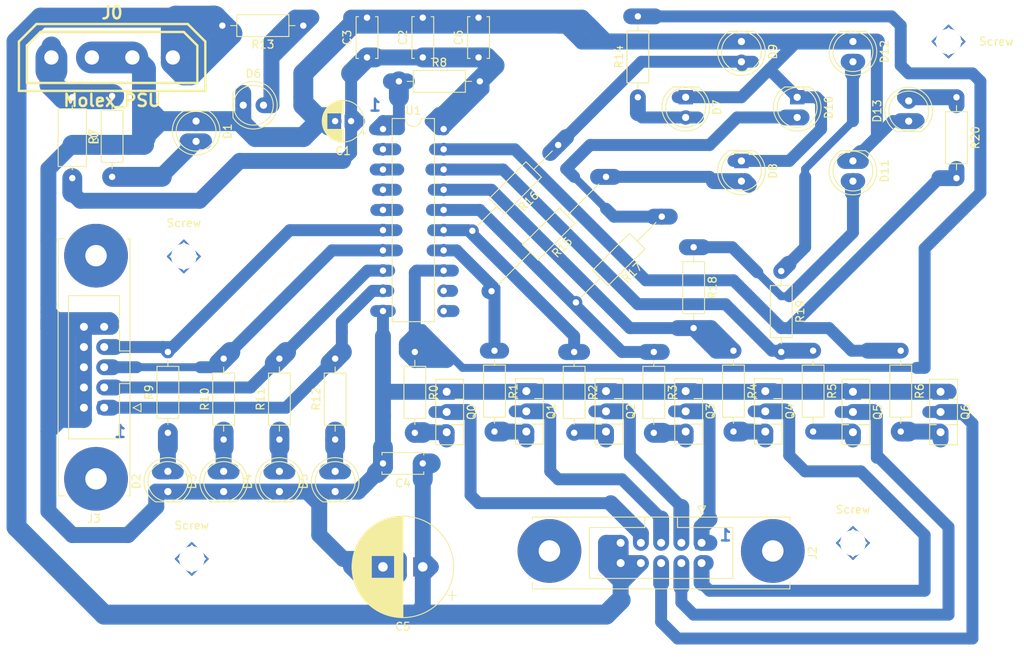
<source format=kicad_pcb>
(kicad_pcb (version 20171130) (host pcbnew 5.1.9)
  (layers (0 F.Cu signal) (31 B.Cu signal) (34 B.Paste user) (35 F.Paste user) (36 B.SilkS user) (37 F.SilkS user) (38 B.Mask user) (39 F.Mask user) (44 Edge.Cuts user))
  (net 0 "")
  (net 1 Earth)
  (net 2 "Net-(D1-Pad2)")
  (net 3 "Net-(D2-Pad2)")
  (net 4 "Net-(D3-Pad2)")
  (net 5 "Net-(D4-Pad2)")
  (net 6 "Net-(D5-Pad2)")
  (net 7 "Net-(D6-Pad2)")
  (net 8 "Net-(D7-Pad2)")
  (net 9 /5V+)
  (net 10 "Net-(D8-Pad2)")
  (net 11 "Net-(D9-Pad2)")
  (net 12 "Net-(D10-Pad2)")
  (net 13 "Net-(D11-Pad2)")
  (net 14 "Net-(D12-Pad2)")
  (net 15 "Net-(D13-Pad2)")
  (net 16 /+12V)
  (net 17 /SEG_G)
  (net 18 /SEG_F)
  (net 19 /SEG_E)
  (net 20 /SEG_D)
  (net 21 /SEG_C)
  (net 22 /SEG_B)
  (net 23 /SEG_A)
  (net 24 "Net-(Q0-Pad3)")
  (net 25 "Net-(Q1-Pad3)")
  (net 26 "Net-(Q2-Pad3)")
  (net 27 "Net-(Q3-Pad3)")
  (net 28 "Net-(Q4-Pad3)")
  (net 29 "Net-(Q5-Pad3)")
  (net 30 "Net-(Q6-Pad3)")
  (net 31 "Net-(R0-Pad1)")
  (net 32 "Net-(R1-Pad1)")
  (net 33 "Net-(R16-Pad2)")
  (net 34 "Net-(R17-Pad2)")
  (net 35 "Net-(R18-Pad2)")
  (net 36 "Net-(R19-Pad2)")
  (net 37 "Net-(R20-Pad2)")
  (net 38 "Net-(R8-Pad1)")
  (net 39 "Net-(U1-Pad11)")
  (net 40 "Net-(U1-Pad2)")
  (net 41 "Net-(U1-Pad12)")
  (net 42 "Net-(U1-Pad3)")
  (net 43 "Net-(U1-Pad4)")
  (net 44 "Net-(U1-Pad5)")
  (net 45 /BIT_C)
  (net 46 /BIT_A)
  (net 47 /BIT_D)
  (net 48 /BIT_B)
  (net 49 "Net-(C1-Pad1)")
  (module MountingHole:MountingHole_3.2mm_M3 (layer F.Cu) (at 109 106)
    (fp_text reference Screw (at 0 -4.2) (layer F.SilkS))
    (fp_text value MountingHole_3.2mm_M3)
    (pad 1 np_thru_hole circle (at 0 0) (size 3.2 3.2) (drill 3.2) (layers *.Cu *.Mask))
  )
  (module MountingHole:MountingHole_3.2mm_M3 (layer F.Cu) (at 192 104)
    (fp_text reference Screw (at 0 -4.2) (layer F.SilkS))
    (fp_text value MountingHole_3.2mm_M3)
    (pad 1 np_thru_hole circle (at 0 0) (size 3.2 3.2) (drill 3.2) (layers *.Cu *.Mask))
  )
  (module MountingHole:MountingHole_3.2mm_M3 (layer F.Cu) (at 204 41)
    (fp_text reference Screw (at 6 0) (layer F.SilkS))
    (fp_text value MountingHole_3.2mm_M3)
    (pad 1 np_thru_hole circle (at 0 0) (size 3.2 3.2) (drill 3.2) (layers *.Cu *.Mask))
  )
  (module MountingHole:MountingHole_3.2mm_M3 (layer F.Cu) (at 108 68)
    (fp_text reference Screw (at 0 -4.2) (layer F.SilkS))
    (fp_text value MountingHole_3.2mm_M3)
    (pad 1 np_thru_hole circle (at 0 0) (size 3.2 3.2) (drill 3.2) (layers *.Cu *.Mask))
  )
  (module Connector_IDC:IDC-Header_2x05-1MP_P2.54mm_Latch_Vertical (layer F.Cu) (at 98 87 180)
    (fp_text reference J3 (at 1.27 -13.94) (layer F.SilkS))
    (fp_text value RPI_DATA_3.3V)
    (pad MP thru_hole circle (at 1.02 19.1 180) (size 8 8) (drill 2.69) (layers *.Cu *.Mask))
    (pad MP thru_hole circle (at 1.02 -8.94 180) (size 8 8) (drill 2.69) (layers *.Cu *.Mask))
    (pad 10 thru_hole circle (at 2.54 10.16 180) (size 1.7 1.7) (drill 1) (layers *.Cu *.Mask) (net 1 Earth))
    (pad 8 thru_hole circle (at 2.54 7.62 180) (size 1.7 1.7) (drill 1) (layers *.Cu *.Mask) (net 1 Earth))
    (pad 6 thru_hole circle (at 2.54 5.08 180) (size 1.7 1.7) (drill 1) (layers *.Cu *.Mask) (net 1 Earth))
    (pad 4 thru_hole circle (at 2.54 2.54 180) (size 1.7 1.7) (drill 1) (layers *.Cu *.Mask) (net 1 Earth))
    (pad 2 thru_hole circle (at 2.54 0 180) (size 1.7 1.7) (drill 1) (layers *.Cu *.Mask) (net 1 Earth))
    (pad 9 thru_hole circle (at 0 10.16 180) (size 1.7 1.7) (drill 1) (layers *.Cu *.Mask) (net 1 Earth))
    (pad 7 thru_hole circle (at 0 7.62 180) (size 1.7 1.7) (drill 1) (layers *.Cu *.Mask) (net 47 /BIT_D))
    (pad 5 thru_hole circle (at 0 5.08 180) (size 1.7 1.7) (drill 1) (layers *.Cu *.Mask) (net 45 /BIT_C))
    (pad 3 thru_hole circle (at 0 2.54 180) (size 1.7 1.7) (drill 1) (layers *.Cu *.Mask) (net 48 /BIT_B))
    (pad 1 thru_hole roundrect (at 0 0 180) (size 1.7 1.7) (drill 1) (layers *.Cu *.Mask) (roundrect_rratio 0.1470588235294118) (net 46 /BIT_A))
  )
  (module Connector_IDC:IDC-Header_2x05-1MP_P2.54mm_Latch_Vertical (layer F.Cu) (at 173 103.98 270)
    (fp_text reference J2 (at 1.27 -13.94 90) (layer F.SilkS))
    (fp_text value 7SEG_12V)
    (pad 1 thru_hole roundrect (at 0 0 270) (size 1.7 1.7) (drill 1) (layers *.Cu *.Mask) (roundrect_rratio 0.1470588235294118) (net 20 /SEG_D))
    (pad 3 thru_hole circle (at 0 2.54 270) (size 1.7 1.7) (drill 1) (layers *.Cu *.Mask) (net 19 /SEG_E))
    (pad 5 thru_hole circle (at 0 5.08 270) (size 1.7 1.7) (drill 1) (layers *.Cu *.Mask) (net 18 /SEG_F))
    (pad 7 thru_hole circle (at 0 7.62 270) (size 1.7 1.7) (drill 1) (layers *.Cu *.Mask) (net 17 /SEG_G))
    (pad 9 thru_hole circle (at 0 10.16 270) (size 1.7 1.7) (drill 1) (layers *.Cu *.Mask) (net 16 /+12V))
    (pad 2 thru_hole circle (at 2.54 0 270) (size 1.7 1.7) (drill 1) (layers *.Cu *.Mask) (net 21 /SEG_C))
    (pad 4 thru_hole circle (at 2.54 2.54 270) (size 1.7 1.7) (drill 1) (layers *.Cu *.Mask) (net 22 /SEG_B))
    (pad 6 thru_hole circle (at 2.54 5.08 270) (size 1.7 1.7) (drill 1) (layers *.Cu *.Mask) (net 23 /SEG_A))
    (pad 8 thru_hole circle (at 2.54 7.62 270) (size 1.7 1.7) (drill 1) (layers *.Cu *.Mask) (net 16 /+12V))
    (pad 10 thru_hole circle (at 2.54 10.16 270) (size 1.7 1.7) (drill 1) (layers *.Cu *.Mask) (net 16 /+12V))
    (pad MP thru_hole circle (at 1.02 -8.94 270) (size 8 8) (drill 2.69) (layers *.Cu *.Mask))
    (pad MP thru_hole circle (at 1.02 19.1 270) (size 8 8) (drill 2.69) (layers *.Cu *.Mask))
  )
  (module KicadLib:conn_hdd_15-24-4449 (layer F.Cu) (at 99 43 180)
    (fp_text reference J0 (at 0 5.6) (layer F.SilkS) (effects (font (size 1.524 1.524) (thickness 0.3048))))
    (fp_text value Molex_PSU (at 0 -5.4) (layer F.SilkS) (effects (font (size 1.524 1.524) (thickness 0.3048))))
    (pad 4 thru_hole circle (at 7.62 0 180) (size 2.9 2.9) (drill 1.8) (layers *.Cu *.Mask) (net 9 /5V+))
    (pad 3 thru_hole circle (at 2.54 0 180) (size 2.9 2.9) (drill 1.8) (layers *.Cu *.Mask) (net 1 Earth))
    (pad 2 thru_hole circle (at -2.54 0 180) (size 2.9 2.9) (drill 1.8) (layers *.Cu *.Mask) (net 1 Earth))
    (pad 1 thru_hole circle (at -7.62 0 180) (size 2.9 2.9) (drill 1.8) (layers *.Cu *.Mask) (net 16 /+12V))
  )
  (module Inductor_THT:L_Axial_L7.0mm_D3.3mm_P10.16mm_Horizontal_Fastron_MICC (layer F.Cu) (at 94 48 270)
    (fp_text reference L0 (at 5.08 -2.77 90) (layer F.SilkS))
    (fp_text value 22uH)
    (pad 2 thru_hole oval (at 10.16 0 270) (size 1.6 1.6) (drill 0.8) (layers *.Cu *.Mask) (net 49 "Net-(C1-Pad1)"))
    (pad 1 thru_hole circle (at 0 0 270) (size 1.6 1.6) (drill 0.8) (layers *.Cu *.Mask) (net 9 /5V+))
  )
  (module Capacitor_THT:C_Disc_D5.0mm_W2.5mm_P5.00mm (layer F.Cu) (at 145 43 90)
    (fp_text reference C6 (at 2.5 -2.5 90) (layer F.SilkS))
    (fp_text value 1nF)
    (pad 2 thru_hole circle (at 5 0 90) (size 1.6 1.6) (drill 0.8) (layers *.Cu *.Mask) (net 1 Earth))
    (pad 1 thru_hole circle (at 0 0 90) (size 1.6 1.6) (drill 0.8) (layers *.Cu *.Mask) (net 49 "Net-(C1-Pad1)"))
  )
  (module Capacitor_THT:CP_Radial_D5.0mm_P2.00mm (layer F.Cu) (at 129 51 180)
    (fp_text reference C1 (at 1 -3.75) (layer F.SilkS))
    (fp_text value "10uF 16V LOW ESR")
    (pad 2 thru_hole circle (at 2 0 180) (size 1.6 1.6) (drill 0.8) (layers *.Cu *.Mask) (net 1 Earth))
    (pad 1 thru_hole rect (at 0 0 180) (size 1.6 1.6) (drill 0.8) (layers *.Cu *.Mask) (net 49 "Net-(C1-Pad1)"))
  )
  (module Capacitor_THT:C_Disc_D5.0mm_W2.5mm_P5.00mm (layer F.Cu) (at 138 94 180)
    (fp_text reference C4 (at 2.5 -2.5) (layer F.SilkS))
    (fp_text value 220nF)
    (pad 2 thru_hole circle (at 5 0 180) (size 1.6 1.6) (drill 0.8) (layers *.Cu *.Mask) (net 1 Earth))
    (pad 1 thru_hole circle (at 0 0 180) (size 1.6 1.6) (drill 0.8) (layers *.Cu *.Mask) (net 16 /+12V))
  )
  (module Capacitor_THT:C_Disc_D5.0mm_W2.5mm_P5.00mm (layer F.Cu) (at 131 43 90)
    (fp_text reference C3 (at 2.5 -2.5 90) (layer F.SilkS))
    (fp_text value 100nF)
    (pad 2 thru_hole circle (at 5 0 90) (size 1.6 1.6) (drill 0.8) (layers *.Cu *.Mask) (net 1 Earth))
    (pad 1 thru_hole circle (at 0 0 90) (size 1.6 1.6) (drill 0.8) (layers *.Cu *.Mask) (net 49 "Net-(C1-Pad1)"))
  )
  (module Capacitor_THT:C_Disc_D5.0mm_W2.5mm_P5.00mm (layer F.Cu) (at 138 43 90)
    (fp_text reference C2 (at 2.5 -2.5 90) (layer F.SilkS))
    (fp_text value 10nF)
    (pad 2 thru_hole circle (at 5 0 90) (size 1.6 1.6) (drill 0.8) (layers *.Cu *.Mask) (net 1 Earth))
    (pad 1 thru_hole circle (at 0 0 90) (size 1.6 1.6) (drill 0.8) (layers *.Cu *.Mask) (net 49 "Net-(C1-Pad1)"))
  )
  (module Resistor_THT:R_Axial_DIN0207_L6.3mm_D2.5mm_P10.16mm_Horizontal (layer F.Cu) (at 165 48 90)
    (fp_text reference R14 (at 5.08 -2.37 90) (layer F.SilkS))
    (fp_text value 22k)
    (pad 2 thru_hole oval (at 10.16 0 90) (size 1.6 1.6) (drill 0.8) (layers *.Cu *.Mask) (net 31 "Net-(R0-Pad1)"))
    (pad 1 thru_hole circle (at 0 0 90) (size 1.6 1.6) (drill 0.8) (layers *.Cu *.Mask) (net 8 "Net-(D7-Pad2)"))
  )
  (module Resistor_THT:R_Axial_DIN0207_L6.3mm_D2.5mm_P15.24mm_Horizontal (layer F.Cu) (at 159.203949 59.796051 225)
    (fp_text reference R15 (at 7.62 -2.37 225) (layer F.SilkS))
    (fp_text value 22k)
    (pad 2 thru_hole oval (at 17.78 0 225) (size 1.6 1.6) (drill 0.8) (layers *.Cu *.Mask) (net 32 "Net-(R1-Pad1)"))
    (pad 1 thru_hole circle (at -2.54 0 225) (size 1.6 1.6) (drill 0.8) (layers *.Cu *.Mask) (net 10 "Net-(D8-Pad2)"))
  )
  (module Package_DIP:DIP-20_W7.62mm (layer F.Cu) (at 133 52)
    (fp_text reference U1 (at 3.81 -2.33) (layer F.SilkS))
    (fp_text value ATtiny2313-20PU)
    (pad 1 thru_hole rect (at 0 0) (size 1.6 1.6) (drill 0.8) (layers *.Cu *.Mask) (net 38 "Net-(R8-Pad1)"))
    (pad 11 thru_hole oval (at 7.62 22.86) (size 1.6 1.6) (drill 0.8) (layers *.Cu *.Mask) (net 39 "Net-(U1-Pad11)"))
    (pad 2 thru_hole oval (at 0 2.54) (size 1.6 1.6) (drill 0.8) (layers *.Cu *.Mask) (net 40 "Net-(U1-Pad2)"))
    (pad 12 thru_hole oval (at 7.62 20.32) (size 1.6 1.6) (drill 0.8) (layers *.Cu *.Mask) (net 41 "Net-(U1-Pad12)"))
    (pad 3 thru_hole oval (at 0 5.08) (size 1.6 1.6) (drill 0.8) (layers *.Cu *.Mask) (net 42 "Net-(U1-Pad3)"))
    (pad 13 thru_hole oval (at 7.62 17.78) (size 1.6 1.6) (drill 0.8) (layers *.Cu *.Mask) (net 31 "Net-(R0-Pad1)"))
    (pad 4 thru_hole oval (at 0 7.62) (size 1.6 1.6) (drill 0.8) (layers *.Cu *.Mask) (net 43 "Net-(U1-Pad4)"))
    (pad 14 thru_hole oval (at 7.62 15.24) (size 1.6 1.6) (drill 0.8) (layers *.Cu *.Mask) (net 32 "Net-(R1-Pad1)"))
    (pad 5 thru_hole oval (at 0 10.16) (size 1.6 1.6) (drill 0.8) (layers *.Cu *.Mask) (net 44 "Net-(U1-Pad5)"))
    (pad 15 thru_hole oval (at 7.62 12.7) (size 1.6 1.6) (drill 0.8) (layers *.Cu *.Mask) (net 33 "Net-(R16-Pad2)"))
    (pad 6 thru_hole oval (at 0 12.7) (size 1.6 1.6) (drill 0.8) (layers *.Cu *.Mask) (net 47 /BIT_D))
    (pad 16 thru_hole oval (at 7.62 10.16) (size 1.6 1.6) (drill 0.8) (layers *.Cu *.Mask) (net 34 "Net-(R17-Pad2)"))
    (pad 7 thru_hole oval (at 0 15.24) (size 1.6 1.6) (drill 0.8) (layers *.Cu *.Mask) (net 45 /BIT_C))
    (pad 17 thru_hole oval (at 7.62 7.62) (size 1.6 1.6) (drill 0.8) (layers *.Cu *.Mask) (net 35 "Net-(R18-Pad2)"))
    (pad 8 thru_hole oval (at 0 17.78) (size 1.6 1.6) (drill 0.8) (layers *.Cu *.Mask) (net 48 /BIT_B))
    (pad 18 thru_hole oval (at 7.62 5.08) (size 1.6 1.6) (drill 0.8) (layers *.Cu *.Mask) (net 36 "Net-(R19-Pad2)"))
    (pad 9 thru_hole oval (at 0 20.32) (size 1.6 1.6) (drill 0.8) (layers *.Cu *.Mask) (net 46 /BIT_A))
    (pad 19 thru_hole oval (at 7.62 2.54) (size 1.6 1.6) (drill 0.8) (layers *.Cu *.Mask) (net 37 "Net-(R20-Pad2)"))
    (pad 10 thru_hole oval (at 0 22.86) (size 1.6 1.6) (drill 0.8) (layers *.Cu *.Mask) (net 1 Earth))
    (pad 20 thru_hole oval (at 7.62 0) (size 1.6 1.6) (drill 0.8) (layers *.Cu *.Mask) (net 49 "Net-(C1-Pad1)"))
  )
  (module LED_THT:LED_D5.0mm (layer F.Cu) (at 109.54 51 270)
    (fp_text reference D1 (at 1.27 -3.96 90) (layer F.SilkS))
    (fp_text value LED_2V_20mA)
    (pad 1 thru_hole rect (at 0 0 270) (size 1.8 1.8) (drill 0.9) (layers *.Cu *.Mask) (net 1 Earth))
    (pad 2 thru_hole circle (at 2.54 0 270) (size 1.8 1.8) (drill 0.9) (layers *.Cu *.Mask) (net 2 "Net-(D1-Pad2)"))
  )
  (module LED_THT:LED_D5.0mm (layer F.Cu) (at 106 97.54 90)
    (fp_text reference D2 (at 1.27 -3.96 90) (layer F.SilkS))
    (fp_text value LED_2V_20mA)
    (pad 1 thru_hole rect (at 0 0 90) (size 1.8 1.8) (drill 0.9) (layers *.Cu *.Mask) (net 1 Earth))
    (pad 2 thru_hole circle (at 2.54 0 90) (size 1.8 1.8) (drill 0.9) (layers *.Cu *.Mask) (net 3 "Net-(D2-Pad2)"))
  )
  (module LED_THT:LED_D5.0mm (layer F.Cu) (at 113 97.54 90)
    (fp_text reference D3 (at 1.27 -3.96 90) (layer F.SilkS))
    (fp_text value LED_2V_20mA)
    (pad 1 thru_hole rect (at 0 0 90) (size 1.8 1.8) (drill 0.9) (layers *.Cu *.Mask) (net 1 Earth))
    (pad 2 thru_hole circle (at 2.54 0 90) (size 1.8 1.8) (drill 0.9) (layers *.Cu *.Mask) (net 4 "Net-(D3-Pad2)"))
  )
  (module LED_THT:LED_D5.0mm (layer F.Cu) (at 120 97.54 90)
    (fp_text reference D4 (at 1.27 -3.96 90) (layer F.SilkS))
    (fp_text value LED_2V_20mA)
    (pad 1 thru_hole rect (at 0 0 90) (size 1.8 1.8) (drill 0.9) (layers *.Cu *.Mask) (net 1 Earth))
    (pad 2 thru_hole circle (at 2.54 0 90) (size 1.8 1.8) (drill 0.9) (layers *.Cu *.Mask) (net 5 "Net-(D4-Pad2)"))
  )
  (module LED_THT:LED_D5.0mm (layer F.Cu) (at 127 97.54 90)
    (fp_text reference D5 (at 1.27 -3.96 90) (layer F.SilkS))
    (fp_text value LED_2V_20mA)
    (pad 2 thru_hole circle (at 2.54 0 90) (size 1.8 1.8) (drill 0.9) (layers *.Cu *.Mask) (net 6 "Net-(D5-Pad2)"))
    (pad 1 thru_hole rect (at 0 0 90) (size 1.8 1.8) (drill 0.9) (layers *.Cu *.Mask) (net 1 Earth))
  )
  (module LED_THT:LED_D5.0mm (layer F.Cu) (at 115.46 49)
    (fp_text reference D6 (at 1.27 -3.96) (layer F.SilkS))
    (fp_text value LED_2V_20mA)
    (pad 1 thru_hole rect (at 0 0) (size 1.8 1.8) (drill 0.9) (layers *.Cu *.Mask) (net 1 Earth))
    (pad 2 thru_hole circle (at 2.54 0) (size 1.8 1.8) (drill 0.9) (layers *.Cu *.Mask) (net 7 "Net-(D6-Pad2)"))
  )
  (module LED_THT:LED_D5.0mm (layer F.Cu) (at 171 48 270)
    (fp_text reference D7 (at 1.27 -3.96 90) (layer F.SilkS))
    (fp_text value LED_2V_20mA_G)
    (pad 2 thru_hole circle (at 2.54 0 270) (size 1.8 1.8) (drill 0.9) (layers *.Cu *.Mask) (net 8 "Net-(D7-Pad2)"))
    (pad 1 thru_hole rect (at 0 0 270) (size 1.8 1.8) (drill 0.9) (layers *.Cu *.Mask) (net 1 Earth))
  )
  (module LED_THT:LED_D5.0mm (layer F.Cu) (at 178 56 270)
    (fp_text reference D8 (at 1.27 -3.96 90) (layer F.SilkS))
    (fp_text value LED_2V_20mA_F)
    (pad 2 thru_hole circle (at 2.54 0 270) (size 1.8 1.8) (drill 0.9) (layers *.Cu *.Mask) (net 10 "Net-(D8-Pad2)"))
    (pad 1 thru_hole rect (at 0 0 270) (size 1.8 1.8) (drill 0.9) (layers *.Cu *.Mask) (net 1 Earth))
  )
  (module LED_THT:LED_D5.0mm (layer F.Cu) (at 178 41 270)
    (fp_text reference D9 (at 1.27 -3.96 90) (layer F.SilkS))
    (fp_text value LED_2V_20mA_E)
    (pad 2 thru_hole circle (at 2.54 0 270) (size 1.8 1.8) (drill 0.9) (layers *.Cu *.Mask) (net 11 "Net-(D9-Pad2)"))
    (pad 1 thru_hole rect (at 0 0 270) (size 1.8 1.8) (drill 0.9) (layers *.Cu *.Mask) (net 1 Earth))
  )
  (module LED_THT:LED_D5.0mm (layer F.Cu) (at 185 48 270)
    (fp_text reference D10 (at 1.27 -3.96 90) (layer F.SilkS))
    (fp_text value LED_2V_20mA_D)
    (pad 2 thru_hole circle (at 2.54 0 270) (size 1.8 1.8) (drill 0.9) (layers *.Cu *.Mask) (net 12 "Net-(D10-Pad2)"))
    (pad 1 thru_hole rect (at 0 0 270) (size 1.8 1.8) (drill 0.9) (layers *.Cu *.Mask) (net 1 Earth))
  )
  (module LED_THT:LED_D5.0mm (layer F.Cu) (at 192 56 270)
    (fp_text reference D11 (at 1.27 -3.96 90) (layer F.SilkS))
    (fp_text value LED_2V_20mA_C)
    (pad 1 thru_hole rect (at 0 0 270) (size 1.8 1.8) (drill 0.9) (layers *.Cu *.Mask) (net 1 Earth))
    (pad 2 thru_hole circle (at 2.54 0 270) (size 1.8 1.8) (drill 0.9) (layers *.Cu *.Mask) (net 13 "Net-(D11-Pad2)"))
  )
  (module LED_THT:LED_D5.0mm (layer F.Cu) (at 192 41 270)
    (fp_text reference D12 (at 1.27 -3.96 90) (layer F.SilkS))
    (fp_text value LED_2V_20mA_B)
    (pad 2 thru_hole circle (at 2.54 0 270) (size 1.8 1.8) (drill 0.9) (layers *.Cu *.Mask) (net 14 "Net-(D12-Pad2)"))
    (pad 1 thru_hole rect (at 0 0 270) (size 1.8 1.8) (drill 0.9) (layers *.Cu *.Mask) (net 1 Earth))
  )
  (module LED_THT:LED_D5.0mm (layer F.Cu) (at 199 51 90)
    (fp_text reference D13 (at 1.27 -3.96 90) (layer F.SilkS))
    (fp_text value LED_2V_20mA_A)
    (pad 1 thru_hole rect (at 0 0 90) (size 1.8 1.8) (drill 0.9) (layers *.Cu *.Mask) (net 1 Earth))
    (pad 2 thru_hole circle (at 2.54 0 90) (size 1.8 1.8) (drill 0.9) (layers *.Cu *.Mask) (net 15 "Net-(D13-Pad2)"))
  )
  (module Package_TO_SOT_THT:TO-126-3_Vertical (layer F.Cu) (at 141 85 270)
    (fp_text reference Q0 (at 2.54 -3.12 90) (layer F.SilkS))
    (fp_text value BD139-16)
    (pad 3 thru_hole oval (at 5.08 0 270) (size 1.8 1.8) (drill 1) (layers *.Cu *.Mask) (net 24 "Net-(Q0-Pad3)"))
    (pad 2 thru_hole oval (at 2.54 0 270) (size 1.8 1.8) (drill 1) (layers *.Cu *.Mask) (net 17 /SEG_G))
    (pad 1 thru_hole rect (at 0 0 270) (size 1.8 1.8) (drill 1) (layers *.Cu *.Mask) (net 1 Earth))
  )
  (module Package_TO_SOT_THT:TO-126-3_Vertical (layer F.Cu) (at 151 84.92 270)
    (fp_text reference Q1 (at 2.54 -3.12 90) (layer F.SilkS))
    (fp_text value BD139-16)
    (pad 1 thru_hole rect (at 0 0 270) (size 1.8 1.8) (drill 1) (layers *.Cu *.Mask) (net 1 Earth))
    (pad 2 thru_hole oval (at 2.54 0 270) (size 1.8 1.8) (drill 1) (layers *.Cu *.Mask) (net 18 /SEG_F))
    (pad 3 thru_hole oval (at 5.08 0 270) (size 1.8 1.8) (drill 1) (layers *.Cu *.Mask) (net 25 "Net-(Q1-Pad3)"))
  )
  (module Package_TO_SOT_THT:TO-126-3_Vertical (layer F.Cu) (at 161 84.92 270)
    (fp_text reference Q2 (at 2.54 -3.12 90) (layer F.SilkS))
    (fp_text value BD139-16)
    (pad 3 thru_hole oval (at 5.08 0 270) (size 1.8 1.8) (drill 1) (layers *.Cu *.Mask) (net 26 "Net-(Q2-Pad3)"))
    (pad 2 thru_hole oval (at 2.54 0 270) (size 1.8 1.8) (drill 1) (layers *.Cu *.Mask) (net 19 /SEG_E))
    (pad 1 thru_hole rect (at 0 0 270) (size 1.8 1.8) (drill 1) (layers *.Cu *.Mask) (net 1 Earth))
  )
  (module Package_TO_SOT_THT:TO-126-3_Vertical (layer F.Cu) (at 171 84.92 270)
    (fp_text reference Q3 (at 2.54 -3.12 90) (layer F.SilkS))
    (fp_text value BD139-16)
    (pad 1 thru_hole rect (at 0 0 270) (size 1.8 1.8) (drill 1) (layers *.Cu *.Mask) (net 1 Earth))
    (pad 2 thru_hole oval (at 2.54 0 270) (size 1.8 1.8) (drill 1) (layers *.Cu *.Mask) (net 20 /SEG_D))
    (pad 3 thru_hole oval (at 5.08 0 270) (size 1.8 1.8) (drill 1) (layers *.Cu *.Mask) (net 27 "Net-(Q3-Pad3)"))
  )
  (module Package_TO_SOT_THT:TO-126-3_Vertical (layer F.Cu) (at 181 84.92 270)
    (fp_text reference Q4 (at 2.54 -3.12 90) (layer F.SilkS))
    (fp_text value BD139-16)
    (pad 1 thru_hole rect (at 0 0 270) (size 1.8 1.8) (drill 1) (layers *.Cu *.Mask) (net 1 Earth))
    (pad 2 thru_hole oval (at 2.54 0 270) (size 1.8 1.8) (drill 1) (layers *.Cu *.Mask) (net 21 /SEG_C))
    (pad 3 thru_hole oval (at 5.08 0 270) (size 1.8 1.8) (drill 1) (layers *.Cu *.Mask) (net 28 "Net-(Q4-Pad3)"))
  )
  (module Package_TO_SOT_THT:TO-126-3_Vertical (layer F.Cu) (at 192 85 270)
    (fp_text reference Q5 (at 2.54 -3.12 90) (layer F.SilkS))
    (fp_text value BD139-16)
    (pad 3 thru_hole oval (at 5.08 0 270) (size 1.8 1.8) (drill 1) (layers *.Cu *.Mask) (net 29 "Net-(Q5-Pad3)"))
    (pad 2 thru_hole oval (at 2.54 0 270) (size 1.8 1.8) (drill 1) (layers *.Cu *.Mask) (net 22 /SEG_B))
    (pad 1 thru_hole rect (at 0 0 270) (size 1.8 1.8) (drill 1) (layers *.Cu *.Mask) (net 1 Earth))
  )
  (module Package_TO_SOT_THT:TO-126-3_Vertical (layer F.Cu) (at 203 85 270)
    (fp_text reference Q6 (at 2.54 -3.12 90) (layer F.SilkS))
    (fp_text value BD139-16)
    (pad 1 thru_hole rect (at 0 0 270) (size 1.8 1.8) (drill 1) (layers *.Cu *.Mask) (net 1 Earth))
    (pad 2 thru_hole oval (at 2.54 0 270) (size 1.8 1.8) (drill 1) (layers *.Cu *.Mask) (net 23 /SEG_A))
    (pad 3 thru_hole oval (at 5.08 0 270) (size 1.8 1.8) (drill 1) (layers *.Cu *.Mask) (net 30 "Net-(Q6-Pad3)"))
  )
  (module Resistor_THT:R_Axial_DIN0207_L6.3mm_D2.5mm_P10.16mm_Horizontal (layer F.Cu) (at 137 80 270)
    (fp_text reference R0 (at 5.08 -2.37 90) (layer F.SilkS))
    (fp_text value 1k)
    (pad 1 thru_hole circle (at 0 0 270) (size 1.6 1.6) (drill 0.8) (layers *.Cu *.Mask) (net 31 "Net-(R0-Pad1)"))
    (pad 2 thru_hole oval (at 10.16 0 270) (size 1.6 1.6) (drill 0.8) (layers *.Cu *.Mask) (net 24 "Net-(Q0-Pad3)"))
  )
  (module Resistor_THT:R_Axial_DIN0207_L6.3mm_D2.5mm_P10.16mm_Horizontal (layer F.Cu) (at 147 79.84 270)
    (fp_text reference R1 (at 5.08 -2.37 90) (layer F.SilkS))
    (fp_text value 1k)
    (pad 2 thru_hole oval (at 10.16 0 270) (size 1.6 1.6) (drill 0.8) (layers *.Cu *.Mask) (net 25 "Net-(Q1-Pad3)"))
    (pad 1 thru_hole circle (at 0 0 270) (size 1.6 1.6) (drill 0.8) (layers *.Cu *.Mask) (net 32 "Net-(R1-Pad1)"))
  )
  (module Resistor_THT:R_Axial_DIN0207_L6.3mm_D2.5mm_P10.16mm_Horizontal (layer F.Cu) (at 157 80 270)
    (fp_text reference R2 (at 5.08 -2.37 90) (layer F.SilkS))
    (fp_text value 1k)
    (pad 2 thru_hole oval (at 10.16 0 270) (size 1.6 1.6) (drill 0.8) (layers *.Cu *.Mask) (net 26 "Net-(Q2-Pad3)"))
    (pad 1 thru_hole circle (at 0 0 270) (size 1.6 1.6) (drill 0.8) (layers *.Cu *.Mask) (net 33 "Net-(R16-Pad2)"))
  )
  (module Resistor_THT:R_Axial_DIN0207_L6.3mm_D2.5mm_P10.16mm_Horizontal (layer F.Cu) (at 167 80 270)
    (fp_text reference R3 (at 5.08 -2.37 90) (layer F.SilkS))
    (fp_text value 1k)
    (pad 1 thru_hole circle (at 0 0 270) (size 1.6 1.6) (drill 0.8) (layers *.Cu *.Mask) (net 34 "Net-(R17-Pad2)"))
    (pad 2 thru_hole oval (at 10.16 0 270) (size 1.6 1.6) (drill 0.8) (layers *.Cu *.Mask) (net 27 "Net-(Q3-Pad3)"))
  )
  (module Resistor_THT:R_Axial_DIN0207_L6.3mm_D2.5mm_P10.16mm_Horizontal (layer F.Cu) (at 177 79.84 270)
    (fp_text reference R4 (at 5.08 -2.37 90) (layer F.SilkS))
    (fp_text value 1k)
    (pad 2 thru_hole oval (at 10.16 0 270) (size 1.6 1.6) (drill 0.8) (layers *.Cu *.Mask) (net 28 "Net-(Q4-Pad3)"))
    (pad 1 thru_hole circle (at 0 0 270) (size 1.6 1.6) (drill 0.8) (layers *.Cu *.Mask) (net 35 "Net-(R18-Pad2)"))
  )
  (module Resistor_THT:R_Axial_DIN0207_L6.3mm_D2.5mm_P10.16mm_Horizontal (layer F.Cu) (at 187 79.84 270)
    (fp_text reference R5 (at 5.08 -2.37 90) (layer F.SilkS))
    (fp_text value 1k)
    (pad 1 thru_hole circle (at 0 0 270) (size 1.6 1.6) (drill 0.8) (layers *.Cu *.Mask) (net 36 "Net-(R19-Pad2)"))
    (pad 2 thru_hole oval (at 10.16 0 270) (size 1.6 1.6) (drill 0.8) (layers *.Cu *.Mask) (net 29 "Net-(Q5-Pad3)"))
  )
  (module Resistor_THT:R_Axial_DIN0207_L6.3mm_D2.5mm_P10.16mm_Horizontal (layer F.Cu) (at 198 79.84 270)
    (fp_text reference R6 (at 5.08 -2.37 90) (layer F.SilkS))
    (fp_text value 1k)
    (pad 1 thru_hole circle (at 0 0 270) (size 1.6 1.6) (drill 0.8) (layers *.Cu *.Mask) (net 37 "Net-(R20-Pad2)"))
    (pad 2 thru_hole oval (at 10.16 0 270) (size 1.6 1.6) (drill 0.8) (layers *.Cu *.Mask) (net 30 "Net-(Q6-Pad3)"))
  )
  (module Resistor_THT:R_Axial_DIN0207_L6.3mm_D2.5mm_P10.16mm_Horizontal (layer F.Cu) (at 99 58 90)
    (fp_text reference R7 (at 5.08 -2.37 90) (layer F.SilkS))
    (fp_text value 33k)
    (pad 1 thru_hole circle (at 0 0 90) (size 1.6 1.6) (drill 0.8) (layers *.Cu *.Mask) (net 2 "Net-(D1-Pad2)"))
    (pad 2 thru_hole oval (at 10.16 0 90) (size 1.6 1.6) (drill 0.8) (layers *.Cu *.Mask) (net 9 /5V+))
  )
  (module Resistor_THT:R_Axial_DIN0207_L6.3mm_D2.5mm_P10.16mm_Horizontal (layer F.Cu) (at 135 46)
    (fp_text reference R8 (at 5.08 -2.37) (layer F.SilkS))
    (fp_text value 10k)
    (pad 2 thru_hole oval (at 10.16 0) (size 1.6 1.6) (drill 0.8) (layers *.Cu *.Mask) (net 49 "Net-(C1-Pad1)"))
    (pad 1 thru_hole circle (at 0 0) (size 1.6 1.6) (drill 0.8) (layers *.Cu *.Mask) (net 38 "Net-(R8-Pad1)"))
  )
  (module Resistor_THT:R_Axial_DIN0207_L6.3mm_D2.5mm_P10.16mm_Horizontal (layer F.Cu) (at 106 90.16 90)
    (fp_text reference R9 (at 5.08 -2.37 90) (layer F.SilkS))
    (fp_text value 1k5)
    (pad 1 thru_hole circle (at 0 0 90) (size 1.6 1.6) (drill 0.8) (layers *.Cu *.Mask) (net 3 "Net-(D2-Pad2)"))
    (pad 2 thru_hole oval (at 10.16 0 90) (size 1.6 1.6) (drill 0.8) (layers *.Cu *.Mask) (net 47 /BIT_D))
  )
  (module Resistor_THT:R_Axial_DIN0207_L6.3mm_D2.5mm_P10.16mm_Horizontal (layer F.Cu) (at 113 91 90)
    (fp_text reference R10 (at 5.08 -2.37 90) (layer F.SilkS))
    (fp_text value 1k5)
    (pad 2 thru_hole oval (at 10.16 0 90) (size 1.6 1.6) (drill 0.8) (layers *.Cu *.Mask) (net 45 /BIT_C))
    (pad 1 thru_hole circle (at 0 0 90) (size 1.6 1.6) (drill 0.8) (layers *.Cu *.Mask) (net 4 "Net-(D3-Pad2)"))
  )
  (module Resistor_THT:R_Axial_DIN0207_L6.3mm_D2.5mm_P10.16mm_Horizontal (layer F.Cu) (at 120 91 90)
    (fp_text reference R11 (at 5.08 -2.37 90) (layer F.SilkS))
    (fp_text value 1k5)
    (pad 2 thru_hole oval (at 10.16 0 90) (size 1.6 1.6) (drill 0.8) (layers *.Cu *.Mask) (net 48 /BIT_B))
    (pad 1 thru_hole circle (at 0 0 90) (size 1.6 1.6) (drill 0.8) (layers *.Cu *.Mask) (net 5 "Net-(D4-Pad2)"))
  )
  (module Resistor_THT:R_Axial_DIN0207_L6.3mm_D2.5mm_P10.16mm_Horizontal (layer F.Cu) (at 127 91 90)
    (fp_text reference R12 (at 5.08 -2.37 90) (layer F.SilkS))
    (fp_text value 1k5)
    (pad 1 thru_hole circle (at 0 0 90) (size 1.6 1.6) (drill 0.8) (layers *.Cu *.Mask) (net 6 "Net-(D5-Pad2)"))
    (pad 2 thru_hole oval (at 10.16 0 90) (size 1.6 1.6) (drill 0.8) (layers *.Cu *.Mask) (net 46 /BIT_A))
  )
  (module Resistor_THT:R_Axial_DIN0207_L6.3mm_D2.5mm_P10.16mm_Horizontal (layer F.Cu) (at 123 39 180)
    (fp_text reference R13 (at 5.08 -2.37) (layer F.SilkS))
    (fp_text value 33k)
    (pad 1 thru_hole circle (at 0 0 180) (size 1.6 1.6) (drill 0.8) (layers *.Cu *.Mask) (net 7 "Net-(D6-Pad2)"))
    (pad 2 thru_hole oval (at 10.16 0 180) (size 1.6 1.6) (drill 0.8) (layers *.Cu *.Mask) (net 16 /+12V))
  )
  (module Resistor_THT:R_Axial_DIN0207_L6.3mm_D2.5mm_P10.16mm_Horizontal (layer F.Cu) (at 172 66.84 270)
    (fp_text reference R18 (at 5.08 -2.37 90) (layer F.SilkS))
    (fp_text value 22k)
    (pad 2 thru_hole oval (at 10.16 0 270) (size 1.6 1.6) (drill 0.8) (layers *.Cu *.Mask) (net 35 "Net-(R18-Pad2)"))
    (pad 1 thru_hole circle (at 0 0 270) (size 1.6 1.6) (drill 0.8) (layers *.Cu *.Mask) (net 13 "Net-(D11-Pad2)"))
  )
  (module Resistor_THT:R_Axial_DIN0207_L6.3mm_D2.5mm_P10.16mm_Horizontal (layer F.Cu) (at 183 69.84 270)
    (fp_text reference R19 (at 5.08 -2.37 90) (layer F.SilkS))
    (fp_text value 22k)
    (pad 1 thru_hole circle (at 0 0 270) (size 1.6 1.6) (drill 0.8) (layers *.Cu *.Mask) (net 14 "Net-(D12-Pad2)"))
    (pad 2 thru_hole oval (at 10.16 0 270) (size 1.6 1.6) (drill 0.8) (layers *.Cu *.Mask) (net 36 "Net-(R19-Pad2)"))
  )
  (module Resistor_THT:R_Axial_DIN0207_L6.3mm_D2.5mm_P10.16mm_Horizontal (layer F.Cu) (at 205 48 270)
    (fp_text reference R20 (at 5.08 -2.37 90) (layer F.SilkS))
    (fp_text value 22k)
    (pad 2 thru_hole oval (at 10.16 0 270) (size 1.6 1.6) (drill 0.8) (layers *.Cu *.Mask) (net 37 "Net-(R20-Pad2)"))
    (pad 1 thru_hole circle (at 0 0 270) (size 1.6 1.6) (drill 0.8) (layers *.Cu *.Mask) (net 15 "Net-(D13-Pad2)"))
  )
  (module Resistor_THT:R_Axial_DIN0207_L6.3mm_D2.5mm_P15.24mm_Horizontal (layer F.Cu) (at 155 54 225)
    (fp_text reference R16 (at 7.62 -2.37 45) (layer F.SilkS))
    (fp_text value 22k)
    (pad 1 thru_hole circle (at 0 0 225) (size 1.6 1.6) (drill 0.8) (layers *.Cu *.Mask) (net 11 "Net-(D9-Pad2)"))
    (pad 2 thru_hole oval (at 15.24 0 225) (size 1.6 1.6) (drill 0.8) (layers *.Cu *.Mask) (net 33 "Net-(R16-Pad2)"))
  )
  (module Resistor_THT:R_Axial_DIN0207_L6.3mm_D2.5mm_P15.24mm_Horizontal (layer F.Cu) (at 168 63 225)
    (fp_text reference R17 (at 7.62 -2.37 45) (layer F.SilkS))
    (fp_text value 22k)
    (pad 2 thru_hole oval (at 15.24 0 225) (size 1.6 1.6) (drill 0.8) (layers *.Cu *.Mask) (net 34 "Net-(R17-Pad2)"))
    (pad 1 thru_hole circle (at 0 0 225) (size 1.6 1.6) (drill 0.8) (layers *.Cu *.Mask) (net 12 "Net-(D10-Pad2)"))
  )
  (module Capacitor_THT:CP_Radial_D12.5mm_P5.00mm (layer F.Cu) (at 138 107 180)
    (fp_text reference C5 (at 2.5 -7.5) (layer F.SilkS))
    (fp_text value "1000uF 35V LOW ESR")
    (pad 1 thru_hole rect (at 0 0 180) (size 2.4 2.4) (drill 1.2) (layers *.Cu *.Mask) (net 16 /+12V))
    (pad 2 thru_hole circle (at 5 0 180) (size 2.4 2.4) (drill 1.2) (layers *.Cu *.Mask) (net 1 Earth))
  )
  (gr_text 1 (at 176 103) (layer B.Cu) (effects (font (size 1.5 1.5) (thickness 0.3)) (justify mirror)))
  (gr_text 1 (at 100 90) (layer B.Cu) (effects (font (size 1.5 1.5) (thickness 0.3)) (justify mirror)))
  (gr_text 1 (at 132 49) (layer B.Cu) (effects (font (size 1.5 1.5) (thickness 0.3)) (justify mirror)))
  (via (at 108 68) (size 0.8) (drill 0.4) (layers F.Cu B.Cu) (net 0))
  (via (at 109 106) (size 0.8) (drill 0.4) (layers F.Cu B.Cu) (net 0))
  (via (at 192 104) (size 0.8) (drill 0.4) (layers F.Cu B.Cu) (net 0))
  (via (at 204 41) (size 0.8) (drill 0.4) (layers F.Cu B.Cu) (net 0))
  (segment (start 108 66) (end 106 68) (width 0.25) (layer B.Cu) (net 0))
  (segment (start 106 68) (end 108 70) (width 0.25) (layer B.Cu) (net 0))
  (segment (start 108 70) (end 110 68) (width 0.25) (layer B.Cu) (net 0))
  (segment (start 110 68) (end 108 66) (width 0.25) (layer B.Cu) (net 0))
  (segment (start 109 108) (end 111 106) (width 0.25) (layer B.Cu) (net 0))
  (segment (start 111 106) (end 109 104) (width 0.25) (layer B.Cu) (net 0))
  (segment (start 109 104) (end 107 106) (width 0.25) (layer B.Cu) (net 0))
  (segment (start 107 106) (end 109 108) (width 0.25) (layer B.Cu) (net 0))
  (segment (start 192 102) (end 190 104) (width 0.25) (layer B.Cu) (net 0))
  (segment (start 190 104) (end 192 106) (width 0.25) (layer B.Cu) (net 0))
  (segment (start 192 106) (end 194 104) (width 0.25) (layer B.Cu) (net 0))
  (segment (start 194 104) (end 192 102) (width 0.25) (layer B.Cu) (net 0))
  (segment (start 204 39) (end 202 41) (width 0.25) (layer B.Cu) (net 0))
  (segment (start 202 41) (end 204 43) (width 0.25) (layer B.Cu) (net 0))
  (segment (start 204 43) (end 206 41) (width 0.25) (layer B.Cu) (net 0))
  (segment (start 206 41) (end 204 39) (width 0.25) (layer B.Cu) (net 0))
  (segment (start 120 97.54) (end 113 97.54) (width 2) (layer B.Cu) (net 1))
  (segment (start 113 97.54) (end 106 97.54) (width 2) (layer B.Cu) (net 1))
  (segment (start 127 97.54) (end 129.9 97.54) (width 2) (layer B.Cu) (net 1))
  (segment (start 133 74.86) (end 133 78) (width 1.5) (layer B.Cu) (net 1))
  (segment (start 133 85) (end 133 78) (width 2) (layer B.Cu) (net 1))
  (segment (start 133 88) (end 133 85) (width 2) (layer B.Cu) (net 1))
  (segment (start 133 74.86) (end 133.86 74.86) (width 1.5) (layer B.Cu) (net 1))
  (segment (start 141 85) (end 139 85) (width 2) (layer B.Cu) (net 1))
  (segment (start 139 85) (end 133 85) (width 1.5) (layer B.Cu) (net 1))
  (segment (start 141 85) (end 143 85) (width 2) (layer B.Cu) (net 1))
  (segment (start 150.08 84.92) (end 150 85) (width 2) (layer B.Cu) (net 1))
  (segment (start 151 84.92) (end 150.08 84.92) (width 2) (layer B.Cu) (net 1))
  (segment (start 143 85) (end 150 85) (width 1.5) (layer B.Cu) (net 1))
  (segment (start 151 84.92) (end 152.08 84.92) (width 2) (layer B.Cu) (net 1))
  (segment (start 161 84.92) (end 159.92 84.92) (width 2) (layer B.Cu) (net 1))
  (segment (start 152.08 84.92) (end 159.92 84.92) (width 1.5) (layer B.Cu) (net 1))
  (segment (start 161 84.92) (end 162.08 84.92) (width 2) (layer B.Cu) (net 1))
  (segment (start 171 84.92) (end 169.92 84.92) (width 2) (layer B.Cu) (net 1))
  (segment (start 162.08 84.92) (end 169.92 84.92) (width 1.5) (layer B.Cu) (net 1))
  (segment (start 171 84.92) (end 172.08 84.92) (width 2) (layer B.Cu) (net 1))
  (segment (start 181 84.92) (end 180.08 84.92) (width 2) (layer B.Cu) (net 1))
  (segment (start 180.08 84.92) (end 172.08 84.92) (width 1.5) (layer B.Cu) (net 1))
  (segment (start 181 84.92) (end 182.08 84.92) (width 2) (layer B.Cu) (net 1))
  (segment (start 191.16 85) (end 191.08 84.92) (width 2) (layer B.Cu) (net 1))
  (segment (start 192 85) (end 191.16 85) (width 2) (layer B.Cu) (net 1))
  (segment (start 182.08 84.92) (end 191.08 84.92) (width 1.5) (layer B.Cu) (net 1))
  (segment (start 192 85) (end 193 85) (width 2) (layer B.Cu) (net 1))
  (segment (start 203 85) (end 202 85) (width 2) (layer B.Cu) (net 1))
  (segment (start 193 85) (end 202 85) (width 1.5) (layer B.Cu) (net 1))
  (segment (start 203 85) (end 204 85) (width 2) (layer B.Cu) (net 1))
  (segment (start 171 48) (end 178 48) (width 1.5) (layer B.Cu) (net 1))
  (segment (start 185 41) (end 192 41) (width 1.5) (layer B.Cu) (net 1))
  (segment (start 178 41) (end 185 41) (width 1.5) (layer B.Cu) (net 1))
  (segment (start 181.5 44.5) (end 185 48) (width 1.5) (layer B.Cu) (net 1))
  (segment (start 178 48) (end 181.5 44.5) (width 1.5) (layer B.Cu) (net 1))
  (segment (start 181.5 44.5) (end 185 41) (width 1.5) (layer B.Cu) (net 1))
  (segment (start 184 56) (end 188 52) (width 1.5) (layer B.Cu) (net 1))
  (segment (start 187.4 48) (end 185 48) (width 1.5) (layer B.Cu) (net 1))
  (segment (start 188 48.6) (end 187.4 48) (width 1.5) (layer B.Cu) (net 1))
  (segment (start 188 52) (end 188 48.6) (width 1.5) (layer B.Cu) (net 1))
  (segment (start 195 53) (end 195 41) (width 1.5) (layer B.Cu) (net 1))
  (segment (start 192 41) (end 195 41) (width 1.5) (layer B.Cu) (net 1))
  (segment (start 197 51) (end 195 53) (width 1.5) (layer B.Cu) (net 1))
  (segment (start 123.46 97.54) (end 120 97.54) (width 2) (layer B.Cu) (net 1))
  (segment (start 127 97.54) (end 123.46 97.54) (width 2) (layer B.Cu) (net 1))
  (segment (start 133 85) (end 204 85) (width 2) (layer B.Cu) (net 1))
  (segment (start 133 92) (end 133 94.44) (width 2.5) (layer B.Cu) (net 1))
  (segment (start 133 92) (end 133 88) (width 2) (layer B.Cu) (net 1))
  (segment (start 133 94.44) (end 132.22 95.22) (width 2.5) (layer B.Cu) (net 1))
  (segment (start 133 94) (end 133 94.44) (width 2.5) (layer B.Cu) (net 1))
  (segment (start 129.9 97.54) (end 132.22 95.22) (width 2) (layer B.Cu) (net 1))
  (segment (start 130 108) (end 129 107) (width 2) (layer B.Cu) (net 1))
  (segment (start 134 107) (end 130 107) (width 2) (layer B.Cu) (net 1))
  (segment (start 129 107) (end 134 107) (width 2) (layer B.Cu) (net 1))
  (segment (start 135 108) (end 130 108) (width 2) (layer B.Cu) (net 1))
  (segment (start 135 106) (end 135 108) (width 2) (layer B.Cu) (net 1))
  (segment (start 128 106) (end 135 106) (width 2) (layer B.Cu) (net 1))
  (segment (start 125 103) (end 128 106) (width 2) (layer B.Cu) (net 1))
  (segment (start 125 99.08) (end 125 103) (width 2) (layer B.Cu) (net 1))
  (segment (start 123.46 97.54) (end 125 99.08) (width 2) (layer B.Cu) (net 1))
  (segment (start 127 51) (end 127 50) (width 1.5) (layer B.Cu) (net 1))
  (segment (start 127 50) (end 125 50) (width 1.5) (layer B.Cu) (net 1))
  (segment (start 125 50) (end 124 49) (width 1.5) (layer B.Cu) (net 1))
  (segment (start 124 49) (end 123 48) (width 1.5) (layer B.Cu) (net 1))
  (segment (start 127 51) (end 127 52) (width 1.5) (layer B.Cu) (net 1))
  (segment (start 126 52) (end 125 51) (width 1.5) (layer B.Cu) (net 1))
  (segment (start 127 52) (end 126 52) (width 1.5) (layer B.Cu) (net 1))
  (segment (start 127 51) (end 126 51) (width 1.5) (layer B.Cu) (net 1))
  (segment (start 161 41) (end 163 41) (width 2) (layer B.Cu) (net 1))
  (segment (start 163 41) (end 178 41) (width 1.5) (layer B.Cu) (net 1))
  (segment (start 156 39) (end 155 39) (width 2) (layer B.Cu) (net 1))
  (segment (start 158 41) (end 156 39) (width 2) (layer B.Cu) (net 1))
  (segment (start 161 41) (end 158 41) (width 2) (layer B.Cu) (net 1))
  (segment (start 159 39) (end 159.5 39.5) (width 2) (layer B.Cu) (net 1))
  (segment (start 155 39) (end 159 39) (width 2) (layer B.Cu) (net 1))
  (segment (start 159.5 39.5) (end 161 41) (width 2) (layer B.Cu) (net 1))
  (segment (start 91 57) (end 94.02 53.98) (width 2) (layer B.Cu) (net 1))
  (segment (start 101.02 53.98) (end 99.02 53.98) (width 2.5) (layer B.Cu) (net 1))
  (segment (start 102.98 53.98) (end 101.02 53.98) (width 2.5) (layer B.Cu) (net 1))
  (segment (start 97.02 53.98) (end 94.02 53.98) (width 2.5) (layer B.Cu) (net 1))
  (segment (start 99.02 53.98) (end 97.02 53.98) (width 2.5) (layer B.Cu) (net 1))
  (segment (start 103 53.96) (end 102.98 53.98) (width 2.5) (layer B.Cu) (net 1))
  (segment (start 103 44.46) (end 103 46) (width 3) (layer B.Cu) (net 1))
  (segment (start 101.54 43) (end 103 44.46) (width 3) (layer B.Cu) (net 1))
  (segment (start 103 53) (end 103 53.96) (width 2.5) (layer B.Cu) (net 1))
  (segment (start 109.54 51) (end 105 51) (width 2.5) (layer B.Cu) (net 1))
  (segment (start 109.54 51) (end 115 51) (width 2.5) (layer B.Cu) (net 1))
  (segment (start 103 49) (end 105 51) (width 2.5) (layer B.Cu) (net 1))
  (segment (start 103 46) (end 103 48) (width 3) (layer B.Cu) (net 1))
  (segment (start 103 48) (end 103 49) (width 2.5) (layer B.Cu) (net 1))
  (segment (start 103 48) (end 103 53) (width 3) (layer B.Cu) (net 1))
  (segment (start 103 53) (end 105 51) (width 2.5) (layer B.Cu) (net 1))
  (segment (start 123 53) (end 125 51) (width 2.5) (layer B.Cu) (net 1))
  (segment (start 117 53) (end 123 53) (width 2.5) (layer B.Cu) (net 1))
  (segment (start 115 51) (end 117 53) (width 2.5) (layer B.Cu) (net 1))
  (segment (start 91 66) (end 91 57) (width 2) (layer B.Cu) (net 1))
  (segment (start 91 74) (end 91 66) (width 2) (layer B.Cu) (net 1))
  (segment (start 101.54 43) (end 96.46 43) (width 4) (layer B.Cu) (net 1))
  (segment (start 123 48) (end 123 45) (width 2.5) (layer B.Cu) (net 1))
  (segment (start 129 39) (end 155 39) (width 2) (layer B.Cu) (net 1))
  (segment (start 123 45) (end 129 39) (width 2.5) (layer B.Cu) (net 1))
  (segment (start 158 38) (end 159.5 39.5) (width 2) (layer B.Cu) (net 1))
  (segment (start 129 38) (end 158 38) (width 2) (layer B.Cu) (net 1))
  (segment (start 123 48) (end 123 49) (width 2.5) (layer B.Cu) (net 1))
  (segment (start 123 49) (end 125 51) (width 2.5) (layer B.Cu) (net 1))
  (segment (start 104.54 99.46) (end 104.54 97.54) (width 2) (layer B.Cu) (net 1))
  (segment (start 101 103) (end 104.54 99.46) (width 2) (layer B.Cu) (net 1))
  (segment (start 94 103) (end 101 103) (width 2) (layer B.Cu) (net 1))
  (segment (start 91 100) (end 94 103) (width 2) (layer B.Cu) (net 1))
  (segment (start 106 97.54) (end 104.54 97.54) (width 2) (layer B.Cu) (net 1))
  (segment (start 95.46 76.84) (end 95.46 79.38) (width 2) (layer B.Cu) (net 1))
  (segment (start 95.46 79.38) (end 95.46 81.92) (width 2) (layer B.Cu) (net 1))
  (segment (start 95.46 81.92) (end 95.46 84.46) (width 2) (layer B.Cu) (net 1))
  (segment (start 95.46 84.46) (end 95.46 87) (width 2) (layer B.Cu) (net 1))
  (segment (start 95.46 87) (end 95.46 88.54) (width 2) (layer B.Cu) (net 1))
  (segment (start 92.46 88.54) (end 91 90) (width 2) (layer B.Cu) (net 1))
  (segment (start 91 90) (end 91 100) (width 2) (layer B.Cu) (net 1))
  (segment (start 91 74) (end 91 75) (width 2) (layer B.Cu) (net 1))
  (segment (start 93.46 77.54) (end 94.16 76.84) (width 2) (layer B.Cu) (net 1))
  (segment (start 93.46 88.54) (end 93.46 77.54) (width 2) (layer B.Cu) (net 1))
  (segment (start 94.16 76.84) (end 92.84 76.84) (width 2) (layer B.Cu) (net 1))
  (segment (start 95.46 76.84) (end 94.16 76.84) (width 2) (layer B.Cu) (net 1))
  (segment (start 95.46 88.54) (end 93.46 88.54) (width 2) (layer B.Cu) (net 1))
  (segment (start 93.46 88.54) (end 92.46 88.54) (width 2) (layer B.Cu) (net 1))
  (segment (start 91 76) (end 91 90) (width 2) (layer B.Cu) (net 1))
  (segment (start 91 77) (end 91 76) (width 2) (layer B.Cu) (net 1))
  (segment (start 92.46 78.46) (end 91 77) (width 2) (layer B.Cu) (net 1))
  (segment (start 92.46 88.54) (end 92.46 78.46) (width 2) (layer B.Cu) (net 1))
  (segment (start 95.46 76.84) (end 98 76.84) (width 2) (layer B.Cu) (net 1))
  (segment (start 98 76.84) (end 98.84 76.84) (width 2) (layer B.Cu) (net 1))
  (segment (start 91 76) (end 91 75) (width 2) (layer B.Cu) (net 1))
  (segment (start 98.84 76.84) (end 98.84 76.16) (width 2) (layer B.Cu) (net 1))
  (segment (start 98.68 76) (end 92 76) (width 2) (layer B.Cu) (net 1))
  (segment (start 98.84 76.16) (end 98.68 76) (width 2) (layer B.Cu) (net 1))
  (segment (start 92 76) (end 91 75) (width 2) (layer B.Cu) (net 1))
  (segment (start 92.84 76.84) (end 92 76) (width 2) (layer B.Cu) (net 1))
  (segment (start 115.46 50.54) (end 115 51) (width 2) (layer B.Cu) (net 1))
  (segment (start 115.46 49) (end 115.46 50.54) (width 2) (layer B.Cu) (net 1))
  (segment (start 115.46 49) (end 115.46 47.46) (width 2) (layer B.Cu) (net 1))
  (segment (start 133 74.86) (end 132.14 74.86) (width 1.5) (layer B.Cu) (net 1))
  (segment (start 178 56) (end 184 56) (width 1.5) (layer B.Cu) (net 1))
  (segment (start 177 56) (end 178 56) (width 1.5) (layer B.Cu) (net 1))
  (segment (start 170 48) (end 171 48) (width 1.5) (layer B.Cu) (net 1))
  (segment (start 192 56) (end 193 55) (width 2) (layer B.Cu) (net 1))
  (segment (start 193 55) (end 195 53) (width 1.5) (layer B.Cu) (net 1))
  (segment (start 192 56) (end 191 56) (width 2) (layer B.Cu) (net 1))
  (segment (start 192 56) (end 193 56) (width 2) (layer B.Cu) (net 1))
  (segment (start 199 51) (end 198 51) (width 2) (layer B.Cu) (net 1))
  (segment (start 198 51) (end 197 51) (width 1.5) (layer B.Cu) (net 1))
  (segment (start 199 51) (end 200 51) (width 2) (layer B.Cu) (net 1))
  (segment (start 178 41) (end 195 41) (width 2) (layer B.Cu) (net 1))
  (segment (start 178 41) (end 161 41) (width 2) (layer B.Cu) (net 1))
  (segment (start 99 58) (end 105.24001 58) (width 2.5) (layer B.Cu) (net 2))
  (segment (start 105.24001 57.83999) (end 105.24001 58) (width 2) (layer B.Cu) (net 2))
  (segment (start 109.54 53.54) (end 105.24001 57.83999) (width 2) (layer B.Cu) (net 2))
  (segment (start 109.54 53.54) (end 110.54 53.54) (width 2) (layer B.Cu) (net 2))
  (segment (start 109.54 53.54) (end 108.46 53.54) (width 2) (layer B.Cu) (net 2))
  (segment (start 106 95) (end 105 95) (width 2) (layer B.Cu) (net 3))
  (segment (start 105 95) (end 107 95) (width 2) (layer B.Cu) (net 3))
  (segment (start 106 90.16) (end 106 92) (width 2.5) (layer B.Cu) (net 3))
  (segment (start 106 95) (end 106 90.16) (width 2) (layer B.Cu) (net 3))
  (segment (start 113 95) (end 112 95) (width 2) (layer B.Cu) (net 4))
  (segment (start 112 95) (end 114 95) (width 2) (layer B.Cu) (net 4))
  (segment (start 113 91) (end 113 92) (width 2.5) (layer B.Cu) (net 4))
  (segment (start 113 91) (end 113 95) (width 2) (layer B.Cu) (net 4))
  (segment (start 113 91) (end 113 90) (width 2.5) (layer B.Cu) (net 4))
  (segment (start 120 95) (end 119 95) (width 2) (layer B.Cu) (net 5))
  (segment (start 119 95) (end 121 95) (width 2) (layer B.Cu) (net 5))
  (segment (start 120 91) (end 120 92) (width 2.5) (layer B.Cu) (net 5))
  (segment (start 120 91) (end 120 95) (width 2) (layer B.Cu) (net 5))
  (segment (start 120 91) (end 120 90) (width 2.5) (layer B.Cu) (net 5))
  (segment (start 127 95) (end 126 95) (width 2) (layer B.Cu) (net 6))
  (segment (start 126 95) (end 128 95) (width 2) (layer B.Cu) (net 6))
  (segment (start 127 91) (end 127 92) (width 2.5) (layer B.Cu) (net 6))
  (segment (start 127 91) (end 127 95) (width 2) (layer B.Cu) (net 6))
  (segment (start 127 91) (end 127 90) (width 2.5) (layer B.Cu) (net 6))
  (segment (start 124 38) (end 123 39) (width 2) (layer B.Cu) (net 7))
  (segment (start 119 43) (end 124 38) (width 2) (layer B.Cu) (net 7))
  (segment (start 119 49) (end 119 43) (width 2) (layer B.Cu) (net 7))
  (segment (start 118 49) (end 119 49) (width 2) (layer B.Cu) (net 7))
  (segment (start 124 38) (end 122 38) (width 2) (layer B.Cu) (net 7))
  (segment (start 119 41) (end 121 39) (width 2) (layer B.Cu) (net 7))
  (segment (start 119 43) (end 119 41) (width 2) (layer B.Cu) (net 7))
  (segment (start 121 39) (end 120 40) (width 2) (layer B.Cu) (net 7))
  (segment (start 122 38) (end 121 39) (width 2) (layer B.Cu) (net 7))
  (segment (start 165.54 50.54) (end 171 50.54) (width 1.5) (layer B.Cu) (net 8))
  (segment (start 165 50) (end 165.54 50.54) (width 1.5) (layer B.Cu) (net 8))
  (segment (start 165 48) (end 165 50) (width 2) (layer B.Cu) (net 8))
  (segment (start 171.54 50.54) (end 171 50.54) (width 1.5) (layer B.Cu) (net 8))
  (segment (start 172.54 50.54) (end 171 50.54) (width 1.5) (layer B.Cu) (net 8))
  (segment (start 94.68 48) (end 94.84 47.84) (width 3) (layer B.Cu) (net 9))
  (segment (start 94 48) (end 94.68 48) (width 3) (layer B.Cu) (net 9))
  (segment (start 94.84 47.84) (end 92.84 47.84) (width 3) (layer B.Cu) (net 9))
  (segment (start 99 47.84) (end 94.84 47.84) (width 3) (layer B.Cu) (net 9))
  (segment (start 93 48) (end 92.84 47.84) (width 3) (layer B.Cu) (net 9))
  (segment (start 94 48) (end 93 48) (width 3) (layer B.Cu) (net 9))
  (segment (start 98.84 48) (end 99 47.84) (width 3) (layer B.Cu) (net 9))
  (segment (start 94 48) (end 98.84 48) (width 3) (layer B.Cu) (net 9))
  (segment (start 91.38 43) (end 91.38 41.62) (width 2.5) (layer B.Cu) (net 9))
  (segment (start 92.84 47.84) (end 91.38 46.38) (width 3) (layer B.Cu) (net 9))
  (segment (start 91.38 43) (end 91.38 44.62) (width 4) (layer B.Cu) (net 9))
  (segment (start 91.38 46.38) (end 91.38 44.62) (width 3) (layer B.Cu) (net 9))
  (segment (start 174 58) (end 174.54 58.54) (width 1.5) (layer B.Cu) (net 10))
  (segment (start 162 58) (end 174 58) (width 1.5) (layer B.Cu) (net 10))
  (segment (start 162 58) (end 161 58) (width 2) (layer B.Cu) (net 10))
  (segment (start 178 58.54) (end 174.54 58.54) (width 2) (layer B.Cu) (net 10))
  (segment (start 178.46 58.54) (end 178.92 59) (width 2) (layer B.Cu) (net 10))
  (segment (start 178 58.54) (end 178.46 58.54) (width 2) (layer B.Cu) (net 10))
  (segment (start 161 58) (end 160 58) (width 2) (layer B.Cu) (net 10))
  (segment (start 165.46 43.54) (end 178 43.54) (width 1.5) (layer B.Cu) (net 11))
  (segment (start 155 54) (end 156 53) (width 2) (layer B.Cu) (net 11))
  (segment (start 156 53) (end 165.46 43.54) (width 1.5) (layer B.Cu) (net 11))
  (segment (start 178.08 43.62) (end 178 43.54) (width 1.5) (layer B.Cu) (net 11))
  (segment (start 178.08 44) (end 178.08 43.62) (width 1.5) (layer B.Cu) (net 11))
  (segment (start 178.54 43.54) (end 178 43.54) (width 1.5) (layer B.Cu) (net 11))
  (segment (start 178 43.54) (end 179.46 43.54) (width 1.5) (layer B.Cu) (net 11))
  (segment (start 155 54) (end 154 55) (width 2) (layer B.Cu) (net 11))
  (segment (start 162 63) (end 161 62) (width 1.5) (layer B.Cu) (net 12))
  (segment (start 161 62) (end 157 58) (width 1) (layer B.Cu) (net 12))
  (segment (start 157 58) (end 156 57) (width 1.5) (layer B.Cu) (net 12))
  (segment (start 156 57) (end 159 54) (width 1.5) (layer B.Cu) (net 12))
  (segment (start 159 54) (end 174 54) (width 1.5) (layer B.Cu) (net 12))
  (segment (start 174 54) (end 177.46 50.54) (width 1.5) (layer B.Cu) (net 12))
  (segment (start 169 63) (end 168 63) (width 2) (layer B.Cu) (net 12))
  (segment (start 168 63) (end 167 63) (width 2) (layer B.Cu) (net 12))
  (segment (start 167 63) (end 162 63) (width 1.5) (layer B.Cu) (net 12))
  (segment (start 185 50.54) (end 185.54 50.54) (width 2) (layer B.Cu) (net 12))
  (segment (start 185.54 50.54) (end 183.54 50.54) (width 2) (layer B.Cu) (net 12))
  (segment (start 177.46 50.54) (end 183.54 50.54) (width 1.5) (layer B.Cu) (net 12))
  (segment (start 176.84 66.84) (end 180 70) (width 1.5) (layer B.Cu) (net 13))
  (segment (start 192 65) (end 184 73) (width 1.5) (layer B.Cu) (net 13))
  (segment (start 180 70) (end 183 73) (width 1) (layer B.Cu) (net 13))
  (segment (start 183 73) (end 184 73) (width 1) (layer B.Cu) (net 13))
  (segment (start 172 66.84) (end 171.16 66.84) (width 2) (layer B.Cu) (net 13))
  (segment (start 171.16 66.84) (end 173.16 66.84) (width 2) (layer B.Cu) (net 13))
  (segment (start 173.16 66.84) (end 176.84 66.84) (width 1.5) (layer B.Cu) (net 13))
  (segment (start 192 58.54) (end 192 60) (width 2) (layer B.Cu) (net 13))
  (segment (start 192 60) (end 192 65) (width 1.5) (layer B.Cu) (net 13))
  (segment (start 192 58.54) (end 191.46 58.54) (width 2) (layer B.Cu) (net 13))
  (segment (start 192 58.54) (end 192.54 58.54) (width 2) (layer B.Cu) (net 13))
  (segment (start 186 66.84) (end 186 58) (width 1.5) (layer B.Cu) (net 14))
  (segment (start 186 57) (end 192 51) (width 1) (layer B.Cu) (net 14))
  (segment (start 186 58) (end 186 57) (width 1) (layer B.Cu) (net 14))
  (segment (start 183 69.84) (end 183.92 68.92) (width 2) (layer B.Cu) (net 14))
  (segment (start 183.92 68.92) (end 186 66.84) (width 1.5) (layer B.Cu) (net 14))
  (segment (start 192 45) (end 192 51) (width 1.5) (layer B.Cu) (net 14))
  (segment (start 192 45) (end 192 43.54) (width 2) (layer B.Cu) (net 14))
  (segment (start 192 43.54) (end 192.54 43.54) (width 2) (layer B.Cu) (net 14))
  (segment (start 192 43.54) (end 191.46 43.54) (width 2) (layer B.Cu) (net 14))
  (segment (start 205 48) (end 205 49) (width 2) (layer B.Cu) (net 15))
  (segment (start 199.46 48) (end 205 48) (width 2) (layer B.Cu) (net 15))
  (segment (start 198.54 48) (end 199.46 48) (width 2) (layer B.Cu) (net 15))
  (segment (start 199 48.46) (end 198.54 48) (width 2) (layer B.Cu) (net 15))
  (segment (start 138 112) (end 137 113) (width 2) (layer B.Cu) (net 16))
  (segment (start 139 107) (end 138 107) (width 2) (layer B.Cu) (net 16))
  (segment (start 138 106) (end 139 107) (width 2) (layer B.Cu) (net 16))
  (segment (start 139 107) (end 138 108) (width 2) (layer B.Cu) (net 16))
  (segment (start 138 108) (end 138 112) (width 2) (layer B.Cu) (net 16))
  (segment (start 138 107) (end 138 108) (width 2) (layer B.Cu) (net 16))
  (segment (start 138 94) (end 138 95) (width 2.5) (layer B.Cu) (net 16))
  (segment (start 138 94) (end 138 96) (width 2.5) (layer B.Cu) (net 16))
  (segment (start 138 96) (end 138 106) (width 2) (layer B.Cu) (net 16))
  (segment (start 138 95) (end 138 96) (width 2) (layer B.Cu) (net 16))
  (segment (start 111.84 38) (end 112.84 39) (width 2.5) (layer B.Cu) (net 16))
  (segment (start 112.84 39) (end 113.84 40) (width 2.5) (layer B.Cu) (net 16))
  (segment (start 113.84 40) (end 111.84 38) (width 3) (layer B.Cu) (net 16))
  (segment (start 111.62 38) (end 111.84 38) (width 3) (layer B.Cu) (net 16))
  (segment (start 106.62 43) (end 111.62 38) (width 3) (layer B.Cu) (net 16))
  (segment (start 106.62 43) (end 106.62 38.38) (width 3) (layer B.Cu) (net 16))
  (segment (start 107 38) (end 106.62 38.38) (width 3) (layer B.Cu) (net 16))
  (segment (start 111.84 38) (end 107 38) (width 3) (layer B.Cu) (net 16))
  (segment (start 106.62 43) (end 106.62 43.62) (width 3) (layer B.Cu) (net 16))
  (segment (start 106.62 43.62) (end 108 45) (width 3) (layer B.Cu) (net 16))
  (segment (start 108.84 45) (end 113.84 40) (width 3) (layer B.Cu) (net 16))
  (segment (start 108 45) (end 108.84 45) (width 3) (layer B.Cu) (net 16))
  (segment (start 90 38) (end 107 38) (width 2.5) (layer B.Cu) (net 16))
  (segment (start 87 41) (end 90 38) (width 2.5) (layer B.Cu) (net 16))
  (segment (start 87 102) (end 87 41) (width 2.5) (layer B.Cu) (net 16))
  (segment (start 98 113) (end 87 102) (width 2.5) (layer B.Cu) (net 16))
  (segment (start 161 113) (end 137 113) (width 1.5) (layer B.Cu) (net 16))
  (segment (start 162.84 103.98) (end 162.84 106.52) (width 2) (layer B.Cu) (net 16))
  (segment (start 165.38 106.52) (end 162.84 106.52) (width 2) (layer B.Cu) (net 16))
  (segment (start 135 113) (end 98 113) (width 2.5) (layer B.Cu) (net 16))
  (segment (start 137 113) (end 135 113) (width 2.5) (layer B.Cu) (net 16))
  (segment (start 161 113) (end 162.84 111.16) (width 2.5) (layer B.Cu) (net 16))
  (segment (start 136 113) (end 161 113) (width 2.5) (layer B.Cu) (net 16))
  (segment (start 136 113) (end 135 113) (width 2) (layer B.Cu) (net 16))
  (segment (start 162.84 103.98) (end 161.02 103.98) (width 2) (layer B.Cu) (net 16))
  (segment (start 161.02 103.98) (end 161 104) (width 2) (layer B.Cu) (net 16))
  (segment (start 161 107) (end 162.84 108.84) (width 2) (layer B.Cu) (net 16))
  (segment (start 161 104) (end 161 107) (width 2) (layer B.Cu) (net 16))
  (segment (start 162.84 108.84) (end 162.84 111.16) (width 2) (layer B.Cu) (net 16))
  (segment (start 162.84 106.52) (end 162.84 108.84) (width 2) (layer B.Cu) (net 16))
  (segment (start 163.06 108.84) (end 162.84 108.84) (width 2) (layer B.Cu) (net 16))
  (segment (start 165.38 106.52) (end 163.06 108.84) (width 2) (layer B.Cu) (net 16))
  (segment (start 138 94) (end 139 94) (width 2.5) (layer B.Cu) (net 16))
  (segment (start 141 87.54) (end 143.54 87.54) (width 2) (layer B.Cu) (net 17))
  (segment (start 144 98) (end 144 88) (width 1.5) (layer B.Cu) (net 17))
  (segment (start 145 99) (end 144 98) (width 1.5) (layer B.Cu) (net 17))
  (segment (start 144 88) (end 143.54 87.54) (width 1.5) (layer B.Cu) (net 17))
  (segment (start 161.602081 99) (end 145 99) (width 1.5) (layer B.Cu) (net 17))
  (segment (start 165.38 102.777919) (end 161.602081 99) (width 2) (layer B.Cu) (net 17))
  (segment (start 165.38 103.98) (end 165.38 102.777919) (width 2) (layer B.Cu) (net 17))
  (segment (start 141 87.54) (end 139.46 87.54) (width 1.5) (layer B.Cu) (net 17))
  (segment (start 151 87.46) (end 153.46 87.46) (width 2) (layer B.Cu) (net 18))
  (segment (start 163 96) (end 167.92 100.92) (width 1.5) (layer B.Cu) (net 18))
  (segment (start 155 96) (end 163 96) (width 1.5) (layer B.Cu) (net 18))
  (segment (start 154 95) (end 155 96) (width 1.5) (layer B.Cu) (net 18))
  (segment (start 154 88) (end 154 95) (width 1.5) (layer B.Cu) (net 18))
  (segment (start 153.46 87.46) (end 154 88) (width 1.5) (layer B.Cu) (net 18))
  (segment (start 167.92 103.98) (end 167.92 100.92) (width 2) (layer B.Cu) (net 18))
  (segment (start 151 87.46) (end 149.54 87.46) (width 1.5) (layer B.Cu) (net 18))
  (segment (start 161 87.46) (end 163.46 87.46) (width 2) (layer B.Cu) (net 19))
  (segment (start 164 93) (end 170.46 99.46) (width 1.5) (layer B.Cu) (net 19))
  (segment (start 164 88) (end 164 93) (width 1.5) (layer B.Cu) (net 19))
  (segment (start 163.46 87.46) (end 164 88) (width 1.5) (layer B.Cu) (net 19))
  (segment (start 170.46 103.98) (end 170.46 99.46) (width 2) (layer B.Cu) (net 19))
  (segment (start 161 87.46) (end 159.54 87.46) (width 1.5) (layer B.Cu) (net 19))
  (segment (start 171 87.46) (end 173.46 87.46) (width 2) (layer B.Cu) (net 20))
  (segment (start 174 88) (end 174 101) (width 1.5) (layer B.Cu) (net 20))
  (segment (start 173.46 87.46) (end 174 88) (width 1.5) (layer B.Cu) (net 20))
  (segment (start 173 102) (end 174 101) (width 2) (layer B.Cu) (net 20))
  (segment (start 173 103.98) (end 173 102) (width 2) (layer B.Cu) (net 20))
  (segment (start 173 103.98) (end 173.98 103.98) (width 2) (layer B.Cu) (net 20))
  (segment (start 171 87.46) (end 169.54 87.46) (width 1.5) (layer B.Cu) (net 20))
  (segment (start 181 87.46) (end 183.46 87.46) (width 2) (layer B.Cu) (net 21))
  (segment (start 183.46 87.46) (end 184 88) (width 1.5) (layer B.Cu) (net 21))
  (segment (start 184 88) (end 184 93) (width 1.5) (layer B.Cu) (net 21))
  (segment (start 184 93) (end 186 95) (width 1.5) (layer B.Cu) (net 21))
  (segment (start 186 95) (end 193 95) (width 1.5) (layer B.Cu) (net 21))
  (segment (start 193 95) (end 201 103) (width 1.5) (layer B.Cu) (net 21))
  (segment (start 201 103) (end 201 110) (width 1.5) (layer B.Cu) (net 21))
  (segment (start 201 110) (end 174 110) (width 1.5) (layer B.Cu) (net 21))
  (segment (start 174 110) (end 173 109) (width 1.5) (layer B.Cu) (net 21))
  (segment (start 173 106.52) (end 173 109) (width 2) (layer B.Cu) (net 21))
  (segment (start 173 106.52) (end 173.52 106.52) (width 2) (layer B.Cu) (net 21))
  (segment (start 181 87.46) (end 179.54 87.46) (width 1.5) (layer B.Cu) (net 21))
  (segment (start 192 87.54) (end 194.54 87.54) (width 2) (layer B.Cu) (net 22))
  (segment (start 194.54 87.54) (end 195 88) (width 1.5) (layer B.Cu) (net 22))
  (segment (start 195 88) (end 195 93.282081) (width 1.5) (layer B.Cu) (net 22))
  (segment (start 195 93.282081) (end 195.282081 93.282081) (width 1.5) (layer B.Cu) (net 22))
  (segment (start 195.282081 93.282081) (end 204 102) (width 1.5) (layer B.Cu) (net 22))
  (segment (start 204 102) (end 204 113) (width 1.5) (layer B.Cu) (net 22))
  (segment (start 204 113) (end 172 113) (width 1.5) (layer B.Cu) (net 22))
  (segment (start 172 113) (end 170.46 111.46) (width 1.5) (layer B.Cu) (net 22))
  (segment (start 170.46 106.52) (end 170.46 109.54) (width 2) (layer B.Cu) (net 22))
  (segment (start 170.46 111.46) (end 170.46 109.54) (width 1.5) (layer B.Cu) (net 22))
  (segment (start 192 87.54) (end 190.46 87.54) (width 1.5) (layer B.Cu) (net 22))
  (segment (start 203 87.54) (end 205.54 87.54) (width 2) (layer B.Cu) (net 23))
  (segment (start 205.54 87.54) (end 206 88) (width 1.5) (layer B.Cu) (net 23))
  (segment (start 170 116) (end 167.92 113.92) (width 1.5) (layer B.Cu) (net 23))
  (segment (start 207 116) (end 170 116) (width 1.5) (layer B.Cu) (net 23))
  (segment (start 207 89) (end 207 116) (width 1.5) (layer B.Cu) (net 23))
  (segment (start 205.54 87.54) (end 207 89) (width 1.5) (layer B.Cu) (net 23))
  (segment (start 167.92 106.52) (end 167.92 109.08) (width 2) (layer B.Cu) (net 23))
  (segment (start 167.92 113.92) (end 167.92 109.08) (width 1.5) (layer B.Cu) (net 23))
  (segment (start 203 87.54) (end 202.46 87.54) (width 1.5) (layer B.Cu) (net 23))
  (segment (start 203 87.54) (end 201.46 87.54) (width 1.5) (layer B.Cu) (net 23))
  (segment (start 138 90.16) (end 138.08 90.08) (width 2.5) (layer B.Cu) (net 24))
  (segment (start 137 90.16) (end 138 90.16) (width 2.5) (layer B.Cu) (net 24))
  (segment (start 141 90.08) (end 138.08 90.08) (width 2) (layer B.Cu) (net 24))
  (segment (start 137.08 90.08) (end 137 90.16) (width 2.5) (layer B.Cu) (net 24))
  (segment (start 138.08 90.08) (end 137.08 90.08) (width 2.5) (layer B.Cu) (net 24))
  (segment (start 141 90.08) (end 141 91) (width 2) (layer B.Cu) (net 24))
  (segment (start 148 90) (end 147 90) (width 2.5) (layer B.Cu) (net 25))
  (segment (start 148 90) (end 151 90) (width 2) (layer B.Cu) (net 25))
  (segment (start 151 90) (end 151 91) (width 2) (layer B.Cu) (net 25))
  (segment (start 157.16 90) (end 157 90.16) (width 2) (layer B.Cu) (net 26))
  (segment (start 161 90) (end 157.16 90) (width 2) (layer B.Cu) (net 26))
  (segment (start 161 90) (end 161 91) (width 2) (layer B.Cu) (net 26))
  (segment (start 170.84 90.16) (end 171 90) (width 2) (layer B.Cu) (net 27))
  (segment (start 168.16 90.16) (end 167 90.16) (width 2.5) (layer B.Cu) (net 27))
  (segment (start 168.16 90.16) (end 170.84 90.16) (width 2) (layer B.Cu) (net 27))
  (segment (start 171 90) (end 171 91) (width 2) (layer B.Cu) (net 27))
  (segment (start 178 90) (end 177 90) (width 2.5) (layer B.Cu) (net 28))
  (segment (start 178 90) (end 181 90) (width 2) (layer B.Cu) (net 28))
  (segment (start 181 90) (end 181 91) (width 2) (layer B.Cu) (net 28))
  (segment (start 191.92 90) (end 192 90.08) (width 2) (layer B.Cu) (net 29))
  (segment (start 187 90) (end 191.92 90) (width 2) (layer B.Cu) (net 29))
  (segment (start 192 90.08) (end 192 91) (width 2) (layer B.Cu) (net 29))
  (segment (start 202.92 90) (end 203 90.08) (width 2) (layer B.Cu) (net 30))
  (segment (start 199 90) (end 198 90) (width 2.5) (layer B.Cu) (net 30))
  (segment (start 199 90) (end 202.92 90) (width 2) (layer B.Cu) (net 30))
  (segment (start 203 90.08) (end 203 91) (width 2) (layer B.Cu) (net 30))
  (segment (start 140.62 69.78) (end 137.22 69.78) (width 1.5) (layer B.Cu) (net 31))
  (segment (start 137.22 69.78) (end 137 70) (width 1.5) (layer B.Cu) (net 31))
  (segment (start 137 70) (end 137 77) (width 1.5) (layer B.Cu) (net 31))
  (segment (start 137 77) (end 138 77) (width 1) (layer B.Cu) (net 31))
  (segment (start 143 82) (end 201 82) (width 1) (layer B.Cu) (net 31))
  (segment (start 201 82) (end 200 82) (width 1.5) (layer B.Cu) (net 31))
  (segment (start 196.84 37.84) (end 198 39) (width 1.5) (layer B.Cu) (net 31))
  (segment (start 198 39) (end 198 44) (width 1.5) (layer B.Cu) (net 31))
  (segment (start 198 44) (end 199 45) (width 1.5) (layer B.Cu) (net 31))
  (segment (start 199 45) (end 207 45) (width 1.5) (layer B.Cu) (net 31))
  (segment (start 207 45) (end 208 46) (width 1.5) (layer B.Cu) (net 31))
  (segment (start 208 46) (end 208 60) (width 1.5) (layer B.Cu) (net 31))
  (segment (start 201 67) (end 201 82) (width 1.5) (layer B.Cu) (net 31))
  (segment (start 208 60) (end 201 67) (width 1.5) (layer B.Cu) (net 31))
  (segment (start 138 77) (end 143 82) (width 1) (layer B.Cu) (net 31))
  (segment (start 137 81) (end 137 80) (width 2) (layer B.Cu) (net 31))
  (segment (start 141 81) (end 137 81) (width 2) (layer B.Cu) (net 31))
  (segment (start 138 78) (end 141 81) (width 2) (layer B.Cu) (net 31))
  (segment (start 138 80) (end 138 78) (width 2) (layer B.Cu) (net 31))
  (segment (start 137 80) (end 138 80) (width 2) (layer B.Cu) (net 31))
  (segment (start 137 80) (end 136 80) (width 2) (layer B.Cu) (net 31))
  (segment (start 136 79) (end 137 78) (width 2) (layer B.Cu) (net 31))
  (segment (start 136 80) (end 136 79) (width 2) (layer B.Cu) (net 31))
  (segment (start 137 77) (end 137 78) (width 1.5) (layer B.Cu) (net 31))
  (segment (start 136 80) (end 137 81) (width 2) (layer B.Cu) (net 31))
  (segment (start 164.16 37.84) (end 165 37.84) (width 2) (layer B.Cu) (net 31))
  (segment (start 165 37.84) (end 167.16 37.84) (width 2) (layer B.Cu) (net 31))
  (segment (start 167.16 37.84) (end 196.84 37.84) (width 1.5) (layer B.Cu) (net 31))
  (segment (start 140.62 69.78) (end 141.78 69.78) (width 1.5) (layer B.Cu) (net 31))
  (segment (start 140.62 67.24) (end 142.24 67.24) (width 1.5) (layer B.Cu) (net 32))
  (segment (start 147 72) (end 147 79.84) (width 1.5) (layer B.Cu) (net 32))
  (segment (start 142.24 67.24) (end 147 72) (width 1.5) (layer B.Cu) (net 32))
  (segment (start 140.62 67.24) (end 139.24 67.24) (width 1.5) (layer B.Cu) (net 32))
  (segment (start 147 79.84) (end 146.16 79.84) (width 2) (layer B.Cu) (net 32))
  (segment (start 147 79.84) (end 147.84 79.84) (width 2) (layer B.Cu) (net 32))
  (segment (start 146.63159 72.36841) (end 146.36841 72.36841) (width 2) (layer B.Cu) (net 32))
  (segment (start 140.62 64.7) (end 143.7 64.7) (width 1.5) (layer B.Cu) (net 33))
  (segment (start 157 78) (end 157 80) (width 1.5) (layer B.Cu) (net 33))
  (segment (start 143.7 64.7) (end 157 78) (width 1.5) (layer B.Cu) (net 33))
  (segment (start 140.62 64.7) (end 139.3 64.7) (width 1.5) (layer B.Cu) (net 33))
  (segment (start 157 80) (end 156 80) (width 2) (layer B.Cu) (net 33))
  (segment (start 156 80) (end 158 80) (width 2) (layer B.Cu) (net 33))
  (segment (start 140.62 62.16) (end 145.16 62.16) (width 1.5) (layer B.Cu) (net 34))
  (segment (start 145.16 62.16) (end 163 80) (width 1.5) (layer B.Cu) (net 34))
  (segment (start 140.62 62.16) (end 139.16 62.16) (width 1.5) (layer B.Cu) (net 34))
  (segment (start 167 80) (end 166 80) (width 2) (layer B.Cu) (net 34))
  (segment (start 163 80) (end 166 80) (width 1.5) (layer B.Cu) (net 34))
  (segment (start 167 80) (end 168 80) (width 2) (layer B.Cu) (net 34))
  (segment (start 140.62 59.62) (end 146.62 59.62) (width 1.5) (layer B.Cu) (net 35))
  (segment (start 146.62 59.62) (end 164 77) (width 1.5) (layer B.Cu) (net 35))
  (segment (start 140.62 59.62) (end 139.38 59.62) (width 1.5) (layer B.Cu) (net 35))
  (segment (start 174.84 79.84) (end 172 77) (width 2) (layer B.Cu) (net 35))
  (segment (start 177 79.84) (end 174.84 79.84) (width 2) (layer B.Cu) (net 35))
  (segment (start 170 77) (end 174.16 77) (width 1.5) (layer B.Cu) (net 35))
  (segment (start 172 77) (end 170 77) (width 2) (layer B.Cu) (net 35))
  (segment (start 164 77) (end 170 77) (width 1.5) (layer B.Cu) (net 35))
  (segment (start 172 77) (end 174.16 77) (width 2) (layer B.Cu) (net 35))
  (segment (start 174.16 77) (end 177 79.84) (width 2) (layer B.Cu) (net 35))
  (segment (start 140.62 57.08) (end 148.08 57.08) (width 1.5) (layer B.Cu) (net 36))
  (segment (start 148.08 57.08) (end 165 74) (width 1.5) (layer B.Cu) (net 36))
  (segment (start 165 74) (end 176 74) (width 1.5) (layer B.Cu) (net 36))
  (segment (start 181.84 79.84) (end 187 79.84) (width 1.5) (layer B.Cu) (net 36))
  (segment (start 176 74) (end 181.84 79.84) (width 1.5) (layer B.Cu) (net 36))
  (segment (start 140.62 57.08) (end 139.08 57.08) (width 1.5) (layer B.Cu) (net 36))
  (segment (start 183.16 79.84) (end 183 80) (width 2) (layer B.Cu) (net 36))
  (segment (start 187 79.84) (end 183.16 79.84) (width 2) (layer B.Cu) (net 36))
  (segment (start 140.62 54.54) (end 149.54 54.54) (width 1.5) (layer B.Cu) (net 37))
  (segment (start 149.54 54.54) (end 166 71) (width 1.5) (layer B.Cu) (net 37))
  (segment (start 166 71) (end 177 71) (width 1.5) (layer B.Cu) (net 37))
  (segment (start 177 71) (end 183 77) (width 1.5) (layer B.Cu) (net 37))
  (segment (start 189 77) (end 191.84 79.84) (width 1.5) (layer B.Cu) (net 37))
  (segment (start 202.84 58.16) (end 184 77) (width 1.5) (layer B.Cu) (net 37))
  (segment (start 184 77) (end 189 77) (width 1.5) (layer B.Cu) (net 37))
  (segment (start 183 77) (end 184 77) (width 1.5) (layer B.Cu) (net 37))
  (segment (start 140.62 54.54) (end 139.54 54.54) (width 1.5) (layer B.Cu) (net 37))
  (segment (start 198 79.84) (end 193.84 79.84) (width 2) (layer B.Cu) (net 37))
  (segment (start 191.84 79.84) (end 193.84 79.84) (width 1.5) (layer B.Cu) (net 37))
  (segment (start 205 58.16) (end 202.84 58.16) (width 2) (layer B.Cu) (net 37))
  (segment (start 205 58.16) (end 205 57) (width 2) (layer B.Cu) (net 37))
  (segment (start 133 52) (end 134 52) (width 1.5) (layer B.Cu) (net 38))
  (segment (start 135 46) (end 135 48) (width 2.5) (layer B.Cu) (net 38))
  (segment (start 133 52) (end 132 52) (width 1.5) (layer B.Cu) (net 38))
  (segment (start 133 52) (end 133 51) (width 1.5) (layer B.Cu) (net 38))
  (segment (start 135 52) (end 133 52) (width 1.5) (layer B.Cu) (net 38))
  (segment (start 133 51) (end 132 52) (width 1.5) (layer B.Cu) (net 38))
  (segment (start 135 51) (end 133 51) (width 1.5) (layer B.Cu) (net 38))
  (segment (start 135 48) (end 135 51) (width 1.5) (layer B.Cu) (net 38))
  (segment (start 135 51) (end 135 52) (width 1.5) (layer B.Cu) (net 38))
  (segment (start 135 46) (end 134 46) (width 2) (layer B.Cu) (net 38))
  (segment (start 134 46) (end 136 46) (width 2) (layer B.Cu) (net 38))
  (segment (start 140.62 74.86) (end 141.86 74.86) (width 1.5) (layer B.Cu) (net 39))
  (segment (start 133 54.54) (end 134.54 54.54) (width 1.5) (layer B.Cu) (net 40))
  (segment (start 133 54.54) (end 132.46 54.54) (width 1.5) (layer B.Cu) (net 40))
  (segment (start 140.62 72.32) (end 141.68 72.32) (width 1.5) (layer B.Cu) (net 41))
  (segment (start 133 57.08) (end 134.92 57.08) (width 1.5) (layer B.Cu) (net 42))
  (segment (start 133 57.08) (end 132.08 57.08) (width 1.5) (layer B.Cu) (net 42))
  (segment (start 133 59.62) (end 134.62 59.62) (width 1.5) (layer B.Cu) (net 43))
  (segment (start 133 59.62) (end 132.38 59.62) (width 1.5) (layer B.Cu) (net 43))
  (segment (start 133 62.16) (end 134.16 62.16) (width 1.5) (layer B.Cu) (net 44))
  (segment (start 133 62.16) (end 134.84 62.16) (width 1.5) (layer B.Cu) (net 44))
  (segment (start 133 62.16) (end 132.16 62.16) (width 1.5) (layer B.Cu) (net 44))
  (segment (start 133 67.24) (end 134.76 67.24) (width 1.5) (layer B.Cu) (net 45))
  (segment (start 113 80.84) (end 112.42 81.42) (width 2.5) (layer B.Cu) (net 45))
  (segment (start 111.92 81.92) (end 112.42 81.42) (width 1.5) (layer B.Cu) (net 45))
  (segment (start 113 80.84) (end 113.84 80) (width 2.5) (layer B.Cu) (net 45))
  (segment (start 126.6 67.24) (end 113 80.84) (width 1.5) (layer B.Cu) (net 45))
  (segment (start 133 67.24) (end 126.6 67.24) (width 1.5) (layer B.Cu) (net 45))
  (segment (start 102.08 81.92) (end 99.08 81.92) (width 1) (layer B.Cu) (net 45))
  (segment (start 98 81.92) (end 102.08 81.92) (width 1.5) (layer B.Cu) (net 45))
  (segment (start 111.92 81.92) (end 102.08 81.92) (width 1) (layer B.Cu) (net 45))
  (segment (start 111.92 81.92) (end 110.08 81.92) (width 1.5) (layer B.Cu) (net 45))
  (segment (start 98 81.92) (end 99.08 81.92) (width 2) (layer B.Cu) (net 45))
  (segment (start 133 72.32) (end 133.68 72.32) (width 1.5) (layer B.Cu) (net 46))
  (segment (start 127 80.84) (end 126.42 81.42) (width 2.5) (layer B.Cu) (net 46))
  (segment (start 120.84 87) (end 126.42 81.42) (width 1.5) (layer B.Cu) (net 46))
  (segment (start 127 80.84) (end 127.84 80) (width 2.5) (layer B.Cu) (net 46))
  (segment (start 127.84 77.48) (end 127.84 80) (width 1.5) (layer B.Cu) (net 46))
  (segment (start 133 72.32) (end 131.68 72.32) (width 1.5) (layer B.Cu) (net 46))
  (segment (start 127.84 76.16) (end 127.84 77.48) (width 1.5) (layer B.Cu) (net 46))
  (segment (start 131.68 72.32) (end 127.84 76.16) (width 1.5) (layer B.Cu) (net 46))
  (segment (start 98 87) (end 99 87) (width 2) (layer B.Cu) (net 46))
  (segment (start 99 87) (end 120.84 87) (width 1.5) (layer B.Cu) (net 46))
  (segment (start 133 64.7) (end 134.7 64.7) (width 1.5) (layer B.Cu) (net 47))
  (segment (start 105.38 79.38) (end 106 80) (width 1.5) (layer B.Cu) (net 47))
  (segment (start 133 64.7) (end 121.3 64.7) (width 1.5) (layer B.Cu) (net 47))
  (segment (start 106.62 79.38) (end 107 79) (width 1.5) (layer B.Cu) (net 47))
  (segment (start 105.38 79.38) (end 106.62 79.38) (width 1.5) (layer B.Cu) (net 47))
  (segment (start 107 79) (end 106 80) (width 1.5) (layer B.Cu) (net 47))
  (segment (start 121.3 64.7) (end 107 79) (width 1.5) (layer B.Cu) (net 47))
  (segment (start 98 79.38) (end 99.38 79.38) (width 2) (layer B.Cu) (net 47))
  (segment (start 99.38 79.38) (end 105.38 79.38) (width 1.5) (layer B.Cu) (net 47))
  (segment (start 133 69.78) (end 133.78 69.78) (width 1.5) (layer B.Cu) (net 48))
  (segment (start 120 80.84) (end 119.42 81.42) (width 2.5) (layer B.Cu) (net 48))
  (segment (start 116.38 84.46) (end 119.42 81.42) (width 1.5) (layer B.Cu) (net 48))
  (segment (start 120 80.84) (end 120.84 80) (width 2.5) (layer B.Cu) (net 48))
  (segment (start 131.06 69.78) (end 120.84 80) (width 1.5) (layer B.Cu) (net 48))
  (segment (start 133 69.78) (end 131.06 69.78) (width 1.5) (layer B.Cu) (net 48))
  (segment (start 98 84.46) (end 99.46 84.46) (width 2) (layer B.Cu) (net 48))
  (segment (start 99.46 84.46) (end 116.38 84.46) (width 1.5) (layer B.Cu) (net 48))
  (segment (start 141 43) (end 146 43) (width 2) (layer B.Cu) (net 49))
  (segment (start 138 43) (end 146 43) (width 2.5) (layer B.Cu) (net 49))
  (segment (start 145 43) (end 146 43) (width 2.5) (layer B.Cu) (net 49))
  (segment (start 146 43) (end 147 44) (width 2.5) (layer B.Cu) (net 49))
  (segment (start 141 50) (end 140.62 50.38) (width 2.5) (layer B.Cu) (net 49))
  (segment (start 147 44) (end 141 50) (width 2.5) (layer B.Cu) (net 49))
  (segment (start 131 43) (end 129 45) (width 2.5) (layer B.Cu) (net 49))
  (segment (start 131 43) (end 132 43) (width 2.5) (layer B.Cu) (net 49))
  (segment (start 132 43) (end 141 43) (width 2) (layer B.Cu) (net 49))
  (segment (start 129 51) (end 130 51) (width 1.5) (layer B.Cu) (net 49))
  (segment (start 130 51) (end 129 50) (width 1.5) (layer B.Cu) (net 49))
  (segment (start 130 51) (end 129 52) (width 1.5) (layer B.Cu) (net 49))
  (segment (start 129 51) (end 129 52) (width 1.5) (layer B.Cu) (net 49))
  (segment (start 140.62 52) (end 140 52) (width 1.5) (layer B.Cu) (net 49))
  (segment (start 140.62 52) (end 140.62 50.38) (width 1.5) (layer B.Cu) (net 49))
  (segment (start 141 50) (end 140 50) (width 1.5) (layer B.Cu) (net 49))
  (segment (start 140 50) (end 139 51) (width 1.5) (layer B.Cu) (net 49))
  (segment (start 139 51) (end 140 52) (width 1.5) (layer B.Cu) (net 49))
  (segment (start 140.62 52) (end 145.62 47) (width 1.5) (layer B.Cu) (net 49))
  (segment (start 145.62 46.46) (end 145.16 46) (width 1.5) (layer B.Cu) (net 49))
  (segment (start 145.62 47) (end 145.62 46.46) (width 1.5) (layer B.Cu) (net 49))
  (segment (start 94 58.16) (end 94 60) (width 2.5) (layer B.Cu) (net 49))
  (segment (start 94 60) (end 95 61) (width 2) (layer B.Cu) (net 49))
  (segment (start 95 61) (end 110 61) (width 2) (layer B.Cu) (net 49))
  (segment (start 110 61) (end 115 56) (width 2) (layer B.Cu) (net 49))
  (segment (start 115 56) (end 128 56) (width 2) (layer B.Cu) (net 49))
  (segment (start 129 50) (end 129 45) (width 1.5) (layer B.Cu) (net 49))
  (segment (start 128 56) (end 129 55) (width 1.5) (layer B.Cu) (net 49))
  (segment (start 129 55) (end 129 51) (width 1.5) (layer B.Cu) (net 49))
)
</source>
